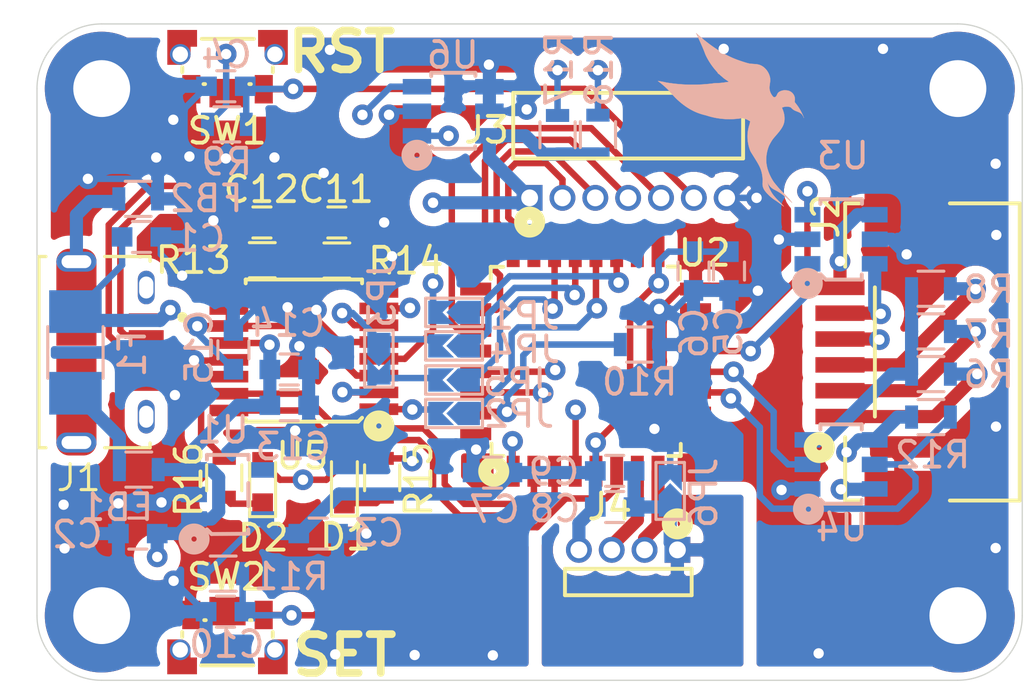
<source format=kicad_pcb>
(kicad_pcb (version 20171130) (host pcbnew "(5.1.10)-1")
  (layers (0 F.Cu signal) (1 In1.Cu signal) (2 In2.Cu signal) (31 B.Cu signal) (34 B.Paste user) (35 F.Paste user hide) (36 B.SilkS user) (37 F.SilkS user) (38 B.Mask user) (39 F.Mask user) (44 Edge.Cuts user))
  (net 0 "")
  (net 1 GND)
  (net 2 "Net-(C1-Pad1)")
  (net 3 VCC)
  (net 4 +3V3)
  (net 5 /MCU/NRST)
  (net 6 "Net-(C10-Pad1)")
  (net 7 "/USB to Serial/USBDP")
  (net 8 "/USB to Serial/USBDM")
  (net 9 +3.3VP)
  (net 10 "Net-(D1-Pad1)")
  (net 11 "Net-(D2-Pad1)")
  (net 12 "Net-(F1-Pad1)")
  (net 13 "Net-(J2-Pad2)")
  (net 14 "Net-(J2-Pad3)")
  (net 15 "/LED Driver/LED_RED")
  (net 16 "/LED Driver/LED_GREEN")
  (net 17 "/LED Driver/LED_BLUE")
  (net 18 "Net-(J2-Pad1)")
  (net 19 /MCU/VCP_TX)
  (net 20 /MCU/VCP_RX)
  (net 21 GNDA)
  (net 22 "Net-(J4-Pad3)")
  (net 23 "Net-(J4-Pad2)")
  (net 24 /MCU/USART1_TX)
  (net 25 "/USB to Serial/RXD")
  (net 26 "/USB to Serial/TXD")
  (net 27 /MCU/USART1_RX)
  (net 28 "/USB to Serial/CTS")
  (net 29 "/USB to Serial/RTS")
  (net 30 /MCU/USART1_RTS)
  (net 31 /MCU/USART1_CTS)
  (net 32 "/LED Driver/OUT_LUM")
  (net 33 "Net-(R10-Pad1)")
  (net 34 "/LED Driver/TIM_LUM")
  (net 35 "Net-(R13-Pad1)")
  (net 36 "Net-(R14-Pad1)")
  (net 37 "Net-(R15-Pad2)")
  (net 38 "Net-(R16-Pad2)")
  (net 39 /EEPROM/SDA)
  (net 40 /EEPROM/SCL)
  (net 41 "Net-(U1-Pad4)")
  (net 42 "Net-(U2-Pad25)")
  (net 43 "Net-(U2-Pad28)")
  (net 44 /MCU/SWCLK)
  (net 45 /MCU/SWDIO)
  (net 46 /MCU/CBUS0)
  (net 47 "/LED Driver/TIM_RED")
  (net 48 "/LED Driver/TIM_BLUE")
  (net 49 "/LED Driver/TIM_GREEN")
  (net 50 /MCU/CBUS3)
  (net 51 "Net-(U2-Pad9)")
  (net 52 "Net-(U2-Pad10)")
  (net 53 "Net-(FB2-Pad2)")
  (net 54 "Net-(U2-Pad18)")
  (net 55 "Net-(U2-Pad15)")
  (module TL6340AF160Q:TL6340AF160Q (layer F.Cu) (at 56.8071 42.5323)
    (fp_text reference SW1 (at 1.3843 1.6129) (layer F.SilkS))
    (fp_text value SW_Push)
    (pad ~ smd custom (at 3.48 -1.62) (size 0.5 1.35) (layers F.Cu F.Paste F.Mask) (options (clearance outline) (anchor rect)) (primitives (gr_poly (pts (xy 0 -0.675) (xy -0.9 -0.675) (xy -0.9 -0.025) (xy -0.65 -0.025) (xy -0.65 0.275) (xy -0.285 0.275) (xy -0.285 0.675) (xy 0 0.675)) (width 0)) (gr_circle (center -0.25 0.275) (end 0.15 0.275) (width 0))))
    (pad ~ smd custom (at -0.68 -1.62) (size 0.5 1.35) (layers F.Cu F.Paste F.Mask) (options (clearance outline) (anchor rect)) (primitives (gr_poly (pts (xy 0 -0.675) (xy 0.9 -0.675) (xy 0.9 -0.025) (xy 0.65 -0.025) (xy 0.65 0.275) (xy 0.285 0.275) (xy 0.285 0.675) (xy 0 0.675)) (width 0)) (gr_circle (center 0.25 0.275) (end 0.65 0.275) (width 0))))
    (pad ~ thru_hole circle (at 3.23 -1.35) (size 0.8 0.8) (drill 0.6) (layers *.Cu *.Mask))
    (pad ~ thru_hole circle (at -0.43 -1.35) (size 0.8 0.8) (drill 0.6) (layers *.Cu *.Mask))
    (pad 2 smd rect (at 2.8 0) (size 0.7 1.1) (layers F.Cu F.Paste F.Mask) (net 5 /MCU/NRST))
    (pad ~ smd rect (at 1.4 0.15) (size 1.4 1.1) (layers F.Cu F.Paste F.Mask))
    (pad 1 smd rect (at 0 0) (size 0.7 1.1) (layers F.Cu F.Paste F.Mask) (net 1 GND))
  )
  (module TL6340AF160Q:TL6340AF160Q (layer F.Cu) (at 59.6041 62.8777 180)
    (fp_text reference SW2 (at 1.4381 1.4732) (layer F.SilkS))
    (fp_text value SW_Push)
    (pad ~ smd custom (at 3.48 -1.62 180) (size 0.5 1.35) (layers F.Cu F.Paste F.Mask) (options (clearance outline) (anchor rect)) (primitives (gr_poly (pts (xy 0 -0.675) (xy -0.9 -0.675) (xy -0.9 -0.025) (xy -0.65 -0.025) (xy -0.65 0.275) (xy -0.285 0.275) (xy -0.285 0.675) (xy 0 0.675)) (width 0)) (gr_circle (center -0.25 0.275) (end 0.15 0.275) (width 0))))
    (pad ~ smd custom (at -0.68 -1.62 180) (size 0.5 1.35) (layers F.Cu F.Paste F.Mask) (options (clearance outline) (anchor rect)) (primitives (gr_poly (pts (xy 0 -0.675) (xy 0.9 -0.675) (xy 0.9 -0.025) (xy 0.65 -0.025) (xy 0.65 0.275) (xy 0.285 0.275) (xy 0.285 0.675) (xy 0 0.675)) (width 0)) (gr_circle (center 0.25 0.275) (end 0.65 0.275) (width 0))))
    (pad ~ thru_hole circle (at 3.23 -1.35 180) (size 0.8 0.8) (drill 0.6) (layers *.Cu *.Mask))
    (pad ~ thru_hole circle (at -0.43 -1.35 180) (size 0.8 0.8) (drill 0.6) (layers *.Cu *.Mask))
    (pad 2 smd rect (at 2.8 0 180) (size 0.7 1.1) (layers F.Cu F.Paste F.Mask) (net 1 GND))
    (pad ~ smd rect (at 1.4 0.15 180) (size 1.4 1.1) (layers F.Cu F.Paste F.Mask))
    (pad 1 smd rect (at 0 0 180) (size 0.7 1.1) (layers F.Cu F.Paste F.Mask) (net 6 "Net-(C10-Pad1)"))
  )
  (module Molex_FFC:molex_FFC_0522070633 (layer F.Cu) (at 82.8396 55.499 90)
    (fp_text reference J2 (at 8.05 -1.5 90) (layer F.SilkS))
    (fp_text value ~)
    (pad S smd rect (at 8.45 1.4 90) (size 2.1 2.8) (layers F.Cu F.Paste F.Mask) (net 1 GND))
    (pad S smd rect (at -2.85 1.4 90) (size 2.1 2.8) (layers F.Cu F.Paste F.Mask) (net 1 GND))
    (pad 1 smd rect (at 0.3 -0.95 90) (size 0.6 1.9) (layers F.Cu F.Paste F.Mask) (net 18 "Net-(J2-Pad1)"))
    (pad 6 smd rect (at 5.3 -0.95 90) (size 0.6 1.9) (layers F.Cu F.Paste F.Mask) (net 17 "/LED Driver/LED_BLUE"))
    (pad 5 smd rect (at 4.3 -0.95 90) (size 0.6 1.9) (layers F.Cu F.Paste F.Mask) (net 16 "/LED Driver/LED_GREEN"))
    (pad 4 smd rect (at 3.3 -0.95 90) (size 0.6 1.9) (layers F.Cu F.Paste F.Mask) (net 15 "/LED Driver/LED_RED"))
    (pad 3 smd rect (at 2.3 -0.95 90) (size 0.6 1.9) (layers F.Cu F.Paste F.Mask) (net 14 "Net-(J2-Pad3)"))
    (pad 2 smd rect (at 1.3 -0.95 90) (size 0.6 1.9) (layers F.Cu F.Paste F.Mask) (net 13 "Net-(J2-Pad2)"))
  )
  (module logo:Tern_logo (layer B.Cu) (at 77.6732 43.7134 180)
    (fp_text reference G*** hide)
    (fp_text value LOGO hide)
  )
  (module GRPB041VWCN-RC:GRPB041VWCN-RC (layer F.Cu) (at 75.6031 60.3631 180)
    (fp_text reference J4 (at 2.6162 1.6764) (layer F.SilkS))
    (fp_text value Conn_01x04)
    (pad 4 thru_hole circle (at 3.81 0.00508 180) (size 1 1) (drill 0.65) (layers *.Cu *.Mask) (net 4 +3V3))
    (pad 3 thru_hole circle (at 2.54 0.00508 180) (size 1 1) (drill 0.65) (layers *.Cu *.Mask) (net 22 "Net-(J4-Pad3)"))
    (pad 2 thru_hole circle (at 1.27 0.00508 180) (size 1 1) (drill 0.65) (layers *.Cu *.Mask) (net 23 "Net-(J4-Pad2)"))
    (pad 1 thru_hole rect (at 0 0.00508 180) (size 1 1) (drill 0.65) (layers *.Cu *.Mask) (net 21 GNDA))
  )
  (module jumpers:jump (layer B.Cu) (at 75.3237 58.8264 90)
    (fp_text reference JP6 (at 0.6731 1.2954 90) (layer B.SilkS) (effects (justify mirror)))
    (fp_text value ~)
    (pad 2 smd custom (at 1.5 0 90) (size 0.5 0.9) (layers B.Cu B.Paste B.Mask) (net 1 GND) (options (clearance outline) (anchor rect)) (primitives (gr_poly (pts (xy 0 0.45) (xy -0.75 0.45) (xy -0.3 0) (xy -0.75 -0.45) (xy 0 -0.45)) (width 0))))
    (pad 1 smd custom (at 0 0 90) (size 0.5 0.9) (layers B.Cu B.Paste B.Mask) (net 21 GNDA) (options (clearance outline) (anchor rect)) (primitives (gr_poly (pts (xy 0 0.45) (xy 0.6 0.45) (xy 1.05 0) (xy 0.6 -0.45) (xy 0 -0.45)) (width 0))))
  )
  (module jumpers:jump (layer B.Cu) (at 67.7178 51.1683 180)
    (fp_text reference JP1 (at -1.9671 -0.1397) (layer B.SilkS) (effects (justify mirror)))
    (fp_text value ~)
    (pad 2 smd custom (at 1.5 0 180) (size 0.5 0.9) (layers B.Cu B.Paste B.Mask) (net 25 "/USB to Serial/RXD") (options (clearance outline) (anchor rect)) (primitives (gr_poly (pts (xy 0 0.45) (xy -0.75 0.45) (xy -0.3 0) (xy -0.75 -0.45) (xy 0 -0.45)) (width 0))))
    (pad 1 smd custom (at 0 0 180) (size 0.5 0.9) (layers B.Cu B.Paste B.Mask) (net 24 /MCU/USART1_TX) (options (clearance outline) (anchor rect)) (primitives (gr_poly (pts (xy 0 0.45) (xy 0.6 0.45) (xy 1.05 0) (xy 0.6 -0.45) (xy 0 -0.45)) (width 0))))
  )
  (module jumpers:jump (layer B.Cu) (at 67.7164 55.0799 180)
    (fp_text reference JP2 (at -1.7526 -0.0254) (layer B.SilkS) (effects (justify mirror)))
    (fp_text value ~)
    (pad 2 smd custom (at 1.5 0 180) (size 0.5 0.9) (layers B.Cu B.Paste B.Mask) (net 26 "/USB to Serial/TXD") (options (clearance outline) (anchor rect)) (primitives (gr_poly (pts (xy 0 0.45) (xy -0.75 0.45) (xy -0.3 0) (xy -0.75 -0.45) (xy 0 -0.45)) (width 0))))
    (pad 1 smd custom (at 0 0 180) (size 0.5 0.9) (layers B.Cu B.Paste B.Mask) (net 27 /MCU/USART1_RX) (options (clearance outline) (anchor rect)) (primitives (gr_poly (pts (xy 0 0.45) (xy 0.6 0.45) (xy 1.05 0) (xy 0.6 -0.45) (xy 0 -0.45)) (width 0))))
  )
  (module jumpers:jump (layer B.Cu) (at 64.0588 52.2097 270)
    (fp_text reference JP3 (at -1.8034 -0.127 90) (layer B.SilkS) (effects (justify mirror)))
    (fp_text value ~)
    (pad 2 smd custom (at 1.5 0 270) (size 0.5 0.9) (layers B.Cu B.Paste B.Mask) (net 29 "/USB to Serial/RTS") (options (clearance outline) (anchor rect)) (primitives (gr_poly (pts (xy 0 0.45) (xy -0.75 0.45) (xy -0.3 0) (xy -0.75 -0.45) (xy 0 -0.45)) (width 0))))
    (pad 1 smd custom (at 0 0 270) (size 0.5 0.9) (layers B.Cu B.Paste B.Mask) (net 28 "/USB to Serial/CTS") (options (clearance outline) (anchor rect)) (primitives (gr_poly (pts (xy 0 0.45) (xy 0.6 0.45) (xy 1.05 0) (xy 0.6 -0.45) (xy 0 -0.45)) (width 0))))
  )
  (module jumpers:jump (layer B.Cu) (at 67.7164 52.4637 180)
    (fp_text reference JP4 (at -1.9812 -0.1397) (layer B.SilkS) (effects (justify mirror)))
    (fp_text value ~)
    (pad 2 smd custom (at 1.5 0 180) (size 0.5 0.9) (layers B.Cu B.Paste B.Mask) (net 28 "/USB to Serial/CTS") (options (clearance outline) (anchor rect)) (primitives (gr_poly (pts (xy 0 0.45) (xy -0.75 0.45) (xy -0.3 0) (xy -0.75 -0.45) (xy 0 -0.45)) (width 0))))
    (pad 1 smd custom (at 0 0 180) (size 0.5 0.9) (layers B.Cu B.Paste B.Mask) (net 30 /MCU/USART1_RTS) (options (clearance outline) (anchor rect)) (primitives (gr_poly (pts (xy 0 0.45) (xy 0.6 0.45) (xy 1.05 0) (xy 0.6 -0.45) (xy 0 -0.45)) (width 0))))
  )
  (module jumpers:jump (layer B.Cu) (at 67.7164 53.7845 180)
    (fp_text reference JP5 (at -1.7272 -0.0889) (layer B.SilkS) (effects (justify mirror)))
    (fp_text value ~)
    (pad 2 smd custom (at 1.5 0 180) (size 0.5 0.9) (layers B.Cu B.Paste B.Mask) (net 29 "/USB to Serial/RTS") (options (clearance outline) (anchor rect)) (primitives (gr_poly (pts (xy 0 0.45) (xy -0.75 0.45) (xy -0.3 0) (xy -0.75 -0.45) (xy 0 -0.45)) (width 0))))
    (pad 1 smd custom (at 0 0 180) (size 0.5 0.9) (layers B.Cu B.Paste B.Mask) (net 31 /MCU/USART1_CTS) (options (clearance outline) (anchor rect)) (primitives (gr_poly (pts (xy 0 0.45) (xy 0.6 0.45) (xy 1.05 0) (xy 0.6 -0.45) (xy 0 -0.45)) (width 0))))
  )
  (module Mounting_Holes:MountingHole_2.2mm_M2_Pad (layer F.Cu) (at 86.4489 42.5069)
    (fp_text reference REF** hide)
    (fp_text value MountingHole_2.2mm_M2_Pad)
    (pad 1 thru_hole circle (at 0 0) (size 4.4 4.4) (drill 2.2) (layers *.Cu *.Mask))
  )
  (module Mounting_Holes:MountingHole_2.2mm_M2_Pad (layer F.Cu) (at 86.4489 62.9031)
    (fp_text reference REF** hide)
    (fp_text value MountingHole_2.2mm_M2_Pad)
    (pad 1 thru_hole circle (at 0 0) (size 4.4 4.4) (drill 2.2) (layers *.Cu *.Mask))
  )
  (module Mounting_Holes:MountingHole_2.2mm_M2_Pad (layer F.Cu) (at 53.34 62.9031)
    (fp_text reference REF** hide)
    (fp_text value MountingHole_2.2mm_M2_Pad)
    (pad 1 thru_hole circle (at 0 0) (size 4.4 4.4) (drill 2.2) (layers *.Cu *.Mask))
  )
  (module Mounting_Holes:MountingHole_2.2mm_M2_Pad (layer F.Cu) (at 53.34 42.5069)
    (fp_text reference REF** hide)
    (fp_text value MountingHole_2.2mm_M2_Pad)
    (pad 1 thru_hole circle (at 0 0) (size 4.4 4.4) (drill 2.2) (layers *.Cu *.Mask))
  )
  (module Capacitors_SMD:C_0603 (layer B.Cu) (at 60.5924 53.3781)
    (fp_text reference C14 (at -0.0642 -1.7907) (layer B.SilkS) (effects (justify mirror)))
    (fp_text value 4.7u)
    (pad 2 smd rect (at 0.75 0) (size 0.8 0.75) (layers B.Cu B.Paste B.Mask) (net 1 GND))
    (pad 1 smd rect (at -0.75 0) (size 0.8 0.75) (layers B.Cu B.Paste B.Mask) (net 3 VCC))
  )
  (module Capacitors_SMD:C_0603 (layer B.Cu) (at 60.5917 54.7624)
    (fp_text reference C13 (at 0.1524 1.6002) (layer B.SilkS) (effects (justify mirror)))
    (fp_text value 0.1u)
    (pad 2 smd rect (at 0.75 0) (size 0.8 0.75) (layers B.Cu B.Paste B.Mask) (net 1 GND))
    (pad 1 smd rect (at -0.75 0) (size 0.8 0.75) (layers B.Cu B.Paste B.Mask) (net 3 VCC))
  )
  (module Capacitors_SMD:C_0603 (layer B.Cu) (at 54.8774 48.2473)
    (fp_text reference C1 (at 2.2599 0.0508) (layer B.SilkS) (effects (justify mirror)))
    (fp_text value 0.1u)
    (pad 2 smd rect (at 0.75 0) (size 0.8 0.75) (layers B.Cu B.Paste B.Mask) (net 1 GND))
    (pad 1 smd rect (at -0.75 0) (size 0.8 0.75) (layers B.Cu B.Paste B.Mask) (net 2 "Net-(C1-Pad1)"))
  )
  (module Capacitors_SMD:C_0603 (layer B.Cu) (at 61.71 59.7281)
    (fp_text reference C3 (at 2.3368 -0.0254) (layer B.SilkS) (effects (justify mirror)))
    (fp_text value 1u)
    (pad 2 smd rect (at 0.75 0) (size 0.8 0.75) (layers B.Cu B.Paste B.Mask) (net 1 GND))
    (pad 1 smd rect (at -0.75 0) (size 0.8 0.75) (layers B.Cu B.Paste B.Mask) (net 4 +3V3))
  )
  (module Capacitors_SMD:C_0603 (layer B.Cu) (at 58.1413 42.418 180)
    (fp_text reference C4 (at -0.0247 1.2192) (layer B.SilkS) (effects (justify mirror)))
    (fp_text value 0.1u)
    (pad 2 smd rect (at 0.75 0 180) (size 0.8 0.75) (layers B.Cu B.Paste B.Mask) (net 1 GND))
    (pad 1 smd rect (at -0.75 0 180) (size 0.8 0.75) (layers B.Cu B.Paste B.Mask) (net 5 /MCU/NRST))
  )
  (module Capacitors_SMD:C_0603 (layer B.Cu) (at 77.597 49.5688 270)
    (fp_text reference C5 (at 2.3368 0.0127 90) (layer B.SilkS) (effects (justify mirror)))
    (fp_text value 10u)
    (pad 2 smd rect (at 0.75 0 270) (size 0.8 0.75) (layers B.Cu B.Paste B.Mask) (net 1 GND))
    (pad 1 smd rect (at -0.75 0 270) (size 0.8 0.75) (layers B.Cu B.Paste B.Mask) (net 4 +3V3))
  )
  (module Capacitors_SMD:C_0603 (layer B.Cu) (at 76.2254 49.5681 270)
    (fp_text reference C6 (at 2.4003 -0.0254 90) (layer B.SilkS) (effects (justify mirror)))
    (fp_text value 0.1u)
    (pad 2 smd rect (at 0.75 0 270) (size 0.8 0.75) (layers B.Cu B.Paste B.Mask) (net 1 GND))
    (pad 1 smd rect (at -0.75 0 270) (size 0.8 0.75) (layers B.Cu B.Paste B.Mask) (net 4 +3V3))
  )
  (module Capacitors_SMD:C_0603 (layer B.Cu) (at 68.4523 57.3659 180)
    (fp_text reference C7 (at -0.0769 -1.4224) (layer B.SilkS) (effects (justify mirror)))
    (fp_text value 0.1u)
    (pad 2 smd rect (at 0.75 0 180) (size 0.8 0.75) (layers B.Cu B.Paste B.Mask) (net 1 GND))
    (pad 1 smd rect (at -0.75 0 180) (size 0.8 0.75) (layers B.Cu B.Paste B.Mask) (net 4 +3V3))
  )
  (module Capacitors_SMD:C_0603 (layer B.Cu) (at 73.1767 58.6994)
    (fp_text reference C8 (at -2.3107 0.0635) (layer B.SilkS) (effects (justify mirror)))
    (fp_text value 0.1u)
    (pad 2 smd rect (at 0.75 0) (size 0.8 0.75) (layers B.Cu B.Paste B.Mask) (net 21 GNDA))
    (pad 1 smd rect (at -0.75 0) (size 0.8 0.75) (layers B.Cu B.Paste B.Mask) (net 4 +3V3))
  )
  (module Capacitors_SMD:C_0603 (layer B.Cu) (at 73.1781 57.3024)
    (fp_text reference C9 (at -2.3502 0.0381) (layer B.SilkS) (effects (justify mirror)))
    (fp_text value 1u)
    (pad 2 smd rect (at 0.75 0) (size 0.8 0.75) (layers B.Cu B.Paste B.Mask) (net 21 GNDA))
    (pad 1 smd rect (at -0.75 0) (size 0.8 0.75) (layers B.Cu B.Paste B.Mask) (net 4 +3V3))
  )
  (module Capacitors_SMD:C_0603 (layer B.Cu) (at 58.1279 62.7507 180)
    (fp_text reference C10 (at -0.0508 -1.2573) (layer B.SilkS) (effects (justify mirror)))
    (fp_text value 0.1u)
    (pad 2 smd rect (at 0.75 0 180) (size 0.8 0.75) (layers B.Cu B.Paste B.Mask) (net 1 GND))
    (pad 1 smd rect (at -0.75 0 180) (size 0.8 0.75) (layers B.Cu B.Paste B.Mask) (net 6 "Net-(C10-Pad1)"))
  )
  (module Capacitors_SMD:C_0603 (layer F.Cu) (at 62.4332 47.6885)
    (fp_text reference C11 (at -0.0254 -1.2827) (layer F.SilkS))
    (fp_text value 47p)
    (pad 2 smd rect (at 0.75 0) (size 0.8 0.75) (layers F.Cu F.Paste F.Mask) (net 1 GND))
    (pad 1 smd rect (at -0.75 0) (size 0.8 0.75) (layers F.Cu F.Paste F.Mask) (net 7 "/USB to Serial/USBDP"))
  )
  (module Capacitors_SMD:C_0603 (layer F.Cu) (at 59.5369 47.6885 180)
    (fp_text reference C12 (at 0.0247 1.2827) (layer F.SilkS))
    (fp_text value 47p)
    (pad 2 smd rect (at 0.75 0 180) (size 0.8 0.75) (layers F.Cu F.Paste F.Mask) (net 1 GND))
    (pad 1 smd rect (at -0.75 0 180) (size 0.8 0.75) (layers F.Cu F.Paste F.Mask) (net 8 "/USB to Serial/USBDM"))
  )
  (module Capacitors_SMD:C_0603 (layer B.Cu) (at 58.4327 52.6168 90)
    (fp_text reference C15 (at 0.1023 -1.3208 90) (layer B.SilkS) (effects (justify mirror)))
    (fp_text value 0.1u)
    (pad 2 smd rect (at 0.75 0 90) (size 0.8 0.75) (layers B.Cu B.Paste B.Mask) (net 1 GND))
    (pad 1 smd rect (at -0.75 0 90) (size 0.8 0.75) (layers B.Cu B.Paste B.Mask) (net 9 +3.3VP))
  )
  (module LEDs:LED_0603 (layer F.Cu) (at 62.7253 57.7468 90)
    (fp_text reference D1 (at -2.1083 0.0381 180) (layer F.SilkS))
    (fp_text value LED)
    (pad 2 smd rect (at 0.8 0 270) (size 0.8 0.8) (layers F.Cu F.Paste F.Mask) (net 9 +3.3VP))
    (pad 1 smd rect (at -0.8 0 270) (size 0.8 0.8) (layers F.Cu F.Paste F.Mask) (net 10 "Net-(D1-Pad1)"))
  )
  (module LEDs:LED_0603 (layer F.Cu) (at 59.563 57.7722 90)
    (fp_text reference D2 (at -2.121 0.0254 180) (layer F.SilkS))
    (fp_text value LED)
    (pad 2 smd rect (at 0.8 0 270) (size 0.8 0.8) (layers F.Cu F.Paste F.Mask) (net 9 +3.3VP))
    (pad 1 smd rect (at -0.8 0 270) (size 0.8 0.8) (layers F.Cu F.Paste F.Mask) (net 11 "Net-(D2-Pad1)"))
  )
  (module Fuse_Holders_and_Fuses:Fuse_SMD1206_Wave (layer B.Cu) (at 52.324 52.7177 90)
    (fp_text reference F1 (at -0.05 2.2 270) (layer B.SilkS) (effects (justify mirror)))
    (fp_text value Polyfuse_Small)
    (pad 1 smd rect (at -1.58 0) (size 2.03 1.65) (layers B.Cu B.Paste B.Mask) (net 12 "Net-(F1-Pad1)"))
    (pad 2 smd rect (at 1.58 0) (size 2.03 1.65) (layers B.Cu B.Paste B.Mask) (net 2 "Net-(C1-Pad1)"))
  )
  (module Resistors_SMD:R_0603 (layer B.Cu) (at 54.7744 57.2516 180)
    (fp_text reference FB1 (at 0.8502 -1.4605) (layer B.SilkS) (effects (justify mirror)))
    (fp_text value Ferrite_Bead_Small)
    (pad 1 smd rect (at -0.75 0 180) (size 0.5 0.9) (layers B.Cu B.Paste B.Mask) (net 3 VCC))
    (pad 2 smd rect (at 0.75 0 180) (size 0.5 0.9) (layers B.Cu B.Paste B.Mask) (net 12 "Net-(F1-Pad1)"))
  )
  (module Micro_USB_10118194-0001LF:AMPHENOL_10118194-0001LF (layer F.Cu) (at 52.3621 52.705 270)
    (fp_text reference J1 (at 4.8641 -0.0889 180) (layer F.SilkS) (effects (font (size 1.000953 1.000953) (thickness 0.12192))))
    (fp_text value USB_B_Micro)
    (fp_poly (pts (xy 2.3 0.78) (xy 2.3 -0.775) (xy 3.4975 -0.775) (xy 3.4975 -0.575) (xy 3.485731 -0.574662) (xy 3.472748 -0.57364) (xy 3.459836 -0.571941) (xy 3.447031 -0.569567) (xy 3.434368 -0.566527) (xy 3.421881 -0.562828) (xy 3.409605 -0.558481) (xy 3.397573 -0.553497) (xy 3.385818 -0.547891) (xy 3.374373 -0.541677) (xy 3.363269 -0.534872) (xy 3.352537 -0.527496) (xy 3.342205 -0.519567) (xy 3.332302 -0.51111) (xy 3.322855 -0.502145) (xy 3.31389 -0.492698) (xy 3.305433 -0.482795) (xy 3.297504 -0.472463) (xy 3.290128 -0.461731) (xy 3.283323 -0.450627) (xy 3.277109 -0.439182) (xy 3.271503 -0.427427) (xy 3.266519 -0.415395) (xy 3.262172 -0.403119) (xy 3.258473 -0.390632) (xy 3.255433 -0.377969) (xy 3.253059 -0.365164) (xy 3.25136 -0.352252) (xy 3.250338 -0.339269) (xy 3.25 -0.325) (xy 3.25 -0.315) (xy 3.25 0.315) (xy 3.25 0.325) (xy 3.250343 0.338084) (xy 3.25137 0.351132) (xy 3.253078 0.364109) (xy 3.255463 0.376978) (xy 3.258519 0.389705) (xy 3.262236 0.402254) (xy 3.266605 0.414592) (xy 3.271614 0.426684) (xy 3.277248 0.438498) (xy 3.283494 0.45) (xy 3.290332 0.46116) (xy 3.297746 0.471946) (xy 3.305714 0.48233) (xy 3.314214 0.492283) (xy 3.323223 0.501777) (xy 3.332717 0.510786) (xy 3.34267 0.519286) (xy 3.353054 0.527254) (xy 3.36384 0.534668) (xy 3.375 0.541506) (xy 3.386502 0.547752) (xy 3.398316 0.553386) (xy 3.410408 0.558395) (xy 3.422746 0.562764) (xy 3.435295 0.566481) (xy 3.448022 0.569537) (xy 3.460891 0.571922) (xy 3.473868 0.57363) (xy 3.486916 0.574657) (xy 3.5 0.575) (xy 3.513084 0.574657) (xy 3.526132 0.57363) (xy 3.539109 0.571922) (xy 3.551978 0.569537) (xy 3.564705 0.566481) (xy 3.577254 0.562764) (xy 3.589592 0.558395) (xy 3.601684 0.553386) (xy 3.613498 0.547752) (xy 3.625 0.541506) (xy 3.63616 0.534668) (xy 3.646946 0.527254) (xy 3.65733 0.519286) (xy 3.667283 0.510786) (xy 3.676777 0.501777) (xy 3.685786 0.492283) (xy 3.694286 0.48233) (xy 3.702254 0.471946) (xy 3.709668 0.46116) (xy 3.716506 0.45) (xy 3.722752 0.438498) (xy 3.728386 0.426684) (xy 3.733395 0.414592) (xy 3.737764 0.402254) (xy 3.741481 0.389705) (xy 3.744537 0.376978) (xy 3.746922 0.364109) (xy 3.74863 0.351132) (xy 3.749657 0.338084) (xy 3.75 0.325) (xy 3.75 -0.325) (xy 3.749662 -0.339269) (xy 3.74864 -0.352252) (xy 3.746941 -0.365164) (xy 3.744567 -0.377969) (xy 3.741527 -0.390632) (xy 3.737828 -0.403119) (xy 3.733481 -0.415395) (xy 3.728497 -0.427427) (xy 3.722891 -0.439182) (xy 3.716677 -0.450627) (xy 3.709872 -0.461731) (xy 3.702496 -0.472463) (xy 3.694567 -0.482795) (xy 3.68611 -0.492698) (xy 3.677145 -0.502145) (xy 3.667698 -0.51111) (xy 3.657795 -0.519567) (xy 3.647463 -0.527496) (xy 3.636731 -0.534872) (xy 3.625627 -0.541677) (xy 3.614182 -0.547891) (xy 3.602427 -0.553497) (xy 3.590395 -0.558481) (xy 3.578119 -0.562828) (xy 3.565632 -0.566527) (xy 3.552969 -0.569567) (xy 3.540164 -0.571941) (xy 3.527252 -0.57364) (xy 3.514269 -0.574662) (xy 3.5025 -0.575) (xy 3.5025 -0.775) (xy 3.527353 -0.774318) (xy 3.553384 -0.772269) (xy 3.579272 -0.768861) (xy 3.604946 -0.764103) (xy 3.630336 -0.758007) (xy 3.655373 -0.750591) (xy 3.679987 -0.741875) (xy 3.704111 -0.731882) (xy 3.727678 -0.720641) (xy 3.750626 -0.708182) (xy 3.77289 -0.694538) (xy 3.794409 -0.679748) (xy 3.815125 -0.663853) (xy 3.83498 -0.646895) (xy 3.853921 -0.628921) (xy 3.871895 -0.60998) (xy 3.888853 -0.590125) (xy 3.904748 -0.569409) (xy 3.919538 -0.54789) (xy 3.933182 -0.525626) (xy 3.945641 -0.502678) (xy 3.956882 -0.479111) (xy 3.966875 -0.454987) (xy 3.975591 -0.430373) (xy 3.983007 -0.405336) (xy 3.989103 -0.379946) (xy 3.993861 -0.354272) (xy 3.997269 -0.328384) (xy 3.999318 -0.302353) (xy 4 -0.275) (xy 4 0.275) (xy 3.999315 0.301168) (xy 3.997261 0.327264) (xy 3.993844 0.353217) (xy 3.989074 0.378956) (xy 3.982963 0.40441) (xy 3.975528 0.429508) (xy 3.96679 0.454184) (xy 3.956773 0.478368) (xy 3.945503 0.501995) (xy 3.933013 0.525) (xy 3.919335 0.54732) (xy 3.904508 0.568893) (xy 3.888573 0.58966) (xy 3.871572 0.609565) (xy 3.853553 0.628553) (xy 3.834565 0.646572) (xy 3.81466 0.663573) (xy 3.793893 0.679508) (xy 3.77232 0.694335) (xy 3.75 0.708013) (xy 3.726995 0.720503) (xy 3.703368 0.731773) (xy 3.679184 0.74179) (xy 3.654508 0.750528) (xy 3.62941 0.757963) (xy 3.603956 0.764074) (xy 3.578217 0.768844) (xy 3.552264 0.772261) (xy 3.526168 0.774315) (xy 3.5 0.775) (xy 2.305 0.775) (xy 2.305 0.78) (xy 2.3 0.78)) (layer F.Cu) (width 0.001))
    (fp_poly (pts (xy -2.3 -0.78) (xy -2.3 0.775) (xy -3.4975 0.775) (xy -3.4975 0.575) (xy -3.485731 0.574662) (xy -3.472748 0.57364) (xy -3.459836 0.571941) (xy -3.447031 0.569567) (xy -3.434368 0.566527) (xy -3.421881 0.562828) (xy -3.409605 0.558481) (xy -3.397573 0.553497) (xy -3.385818 0.547891) (xy -3.374373 0.541677) (xy -3.363269 0.534872) (xy -3.352537 0.527496) (xy -3.342205 0.519567) (xy -3.332302 0.51111) (xy -3.322855 0.502145) (xy -3.31389 0.492698) (xy -3.305433 0.482795) (xy -3.297504 0.472463) (xy -3.290128 0.461731) (xy -3.283323 0.450627) (xy -3.277109 0.439182) (xy -3.271503 0.427427) (xy -3.266519 0.415395) (xy -3.262172 0.403119) (xy -3.258473 0.390632) (xy -3.255433 0.377969) (xy -3.253059 0.365164) (xy -3.25136 0.352252) (xy -3.250338 0.339269) (xy -3.25 0.325) (xy -3.25 0.315) (xy -3.25 -0.315) (xy -3.25 -0.325) (xy -3.250343 -0.338084) (xy -3.25137 -0.351132) (xy -3.253078 -0.364109) (xy -3.255463 -0.376978) (xy -3.258519 -0.389705) (xy -3.262236 -0.402254) (xy -3.266605 -0.414592) (xy -3.271614 -0.426684) (xy -3.277248 -0.438498) (xy -3.283494 -0.45) (xy -3.290332 -0.46116) (xy -3.297746 -0.471946) (xy -3.305714 -0.48233) (xy -3.314214 -0.492283) (xy -3.323223 -0.501777) (xy -3.332717 -0.510786) (xy -3.34267 -0.519286) (xy -3.353054 -0.527254) (xy -3.36384 -0.534668) (xy -3.375 -0.541506) (xy -3.386502 -0.547752) (xy -3.398316 -0.553386) (xy -3.410408 -0.558395) (xy -3.422746 -0.562764) (xy -3.435295 -0.566481) (xy -3.448022 -0.569537) (xy -3.460891 -0.571922) (xy -3.473868 -0.57363) (xy -3.486916 -0.574657) (xy -3.5 -0.575) (xy -3.513084 -0.574657) (xy -3.526132 -0.57363) (xy -3.539109 -0.571922) (xy -3.551978 -0.569537) (xy -3.564705 -0.566481) (xy -3.577254 -0.562764) (xy -3.589592 -0.558395) (xy -3.601684 -0.553386) (xy -3.613498 -0.547752) (xy -3.625 -0.541506) (xy -3.63616 -0.534668) (xy -3.646946 -0.527254) (xy -3.65733 -0.519286) (xy -3.667283 -0.510786) (xy -3.676777 -0.501777) (xy -3.685786 -0.492283) (xy -3.694286 -0.48233) (xy -3.702254 -0.471946) (xy -3.709668 -0.46116) (xy -3.716506 -0.45) (xy -3.722752 -0.438498) (xy -3.728386 -0.426684) (xy -3.733395 -0.414592) (xy -3.737764 -0.402254) (xy -3.741481 -0.389705) (xy -3.744537 -0.376978) (xy -3.746922 -0.364109) (xy -3.74863 -0.351132) (xy -3.749657 -0.338084) (xy -3.75 -0.325) (xy -3.75 0.325) (xy -3.749662 0.339269) (xy -3.74864 0.352252) (xy -3.746941 0.365164) (xy -3.744567 0.377969) (xy -3.741527 0.390632) (xy -3.737828 0.403119) (xy -3.733481 0.415395) (xy -3.728497 0.427427) (xy -3.722891 0.439182) (xy -3.716677 0.450627) (xy -3.709872 0.461731) (xy -3.702496 0.472463) (xy -3.694567 0.482795) (xy -3.68611 0.492698) (xy -3.677145 0.502145) (xy -3.667698 0.51111) (xy -3.657795 0.519567) (xy -3.647463 0.527496) (xy -3.636731 0.534872) (xy -3.625627 0.541677) (xy -3.614182 0.547891) (xy -3.602427 0.553497) (xy -3.590395 0.558481) (xy -3.578119 0.562828) (xy -3.565632 0.566527) (xy -3.552969 0.569567) (xy -3.540164 0.571941) (xy -3.527252 0.57364) (xy -3.514269 0.574662) (xy -3.5025 0.575) (xy -3.5025 0.775) (xy -3.527353 0.774318) (xy -3.553384 0.772269) (xy -3.579272 0.768861) (xy -3.604946 0.764103) (xy -3.630336 0.758007) (xy -3.655373 0.750591) (xy -3.679987 0.741875) (xy -3.704111 0.731882) (xy -3.727678 0.720641) (xy -3.750626 0.708182) (xy -3.77289 0.694538) (xy -3.794409 0.679748) (xy -3.815125 0.663853) (xy -3.83498 0.646895) (xy -3.853921 0.628921) (xy -3.871895 0.60998) (xy -3.888853 0.590125) (xy -3.904748 0.569409) (xy -3.919538 0.54789) (xy -3.933182 0.525626) (xy -3.945641 0.502678) (xy -3.956882 0.479111) (xy -3.966875 0.454987) (xy -3.975591 0.430373) (xy -3.983007 0.405336) (xy -3.989103 0.379946) (xy -3.993861 0.354272) (xy -3.997269 0.328384) (xy -3.999318 0.302353) (xy -4 0.275) (xy -4 -0.275) (xy -3.999315 -0.301168) (xy -3.997261 -0.327264) (xy -3.993844 -0.353217) (xy -3.989074 -0.378956) (xy -3.982963 -0.40441) (xy -3.975528 -0.429508) (xy -3.96679 -0.454184) (xy -3.956773 -0.478368) (xy -3.945503 -0.501995) (xy -3.933013 -0.525) (xy -3.919335 -0.54732) (xy -3.904508 -0.568893) (xy -3.888573 -0.58966) (xy -3.871572 -0.609565) (xy -3.853553 -0.628553) (xy -3.834565 -0.646572) (xy -3.81466 -0.663573) (xy -3.793893 -0.679508) (xy -3.77232 -0.694335) (xy -3.75 -0.708013) (xy -3.726995 -0.720503) (xy -3.703368 -0.731773) (xy -3.679184 -0.74179) (xy -3.654508 -0.750528) (xy -3.62941 -0.757963) (xy -3.603956 -0.764074) (xy -3.578217 -0.768844) (xy -3.552264 -0.772261) (xy -3.526168 -0.774315) (xy -3.5 -0.775) (xy -2.305 -0.775) (xy -2.305 -0.78) (xy -2.3 -0.78)) (layer F.Cu) (width 0.001))
    (pad 1 smd rect (at -1.3 -2.7 270) (size 0.4 1.35) (layers F.Cu F.Paste F.Mask) (net 2 "Net-(C1-Pad1)"))
    (pad 2 smd rect (at -0.65 -2.7 270) (size 0.4 1.35) (layers F.Cu F.Paste F.Mask) (net 8 "/USB to Serial/USBDM"))
    (pad 3 smd rect (at 0 -2.7 270) (size 0.4 1.35) (layers F.Cu F.Paste F.Mask) (net 7 "/USB to Serial/USBDP"))
    (pad 4 smd rect (at 0.65 -2.7 270) (size 0.4 1.35) (layers F.Cu F.Paste F.Mask) (net 1 GND))
    (pad 5 smd rect (at 1.3 -2.7 270) (size 0.4 1.35) (layers F.Cu F.Paste F.Mask) (net 1 GND))
    (pad S1 thru_hole oval (at -2.5 -2.7 270) (size 1.3 0.65) (drill oval 0.85 0.55) (layers *.Cu *.Mask))
    (pad S2 thru_hole oval (at 2.5 -2.7 270) (size 1.3 0.65) (drill oval 0.85 0.55) (layers *.Cu *.Mask))
    (pad S3 thru_hole oval (at -3.5 0 270) (size 0.775 1.55) (drill oval 0.5 1.15) (layers *.Cu *.Mask))
    (pad S4 smd rect (at -1 0 270) (size 1.5 1.55) (layers F.Cu F.Paste F.Mask))
    (pad S5 smd rect (at 1 0 270) (size 1.5 1.55) (layers F.Cu F.Paste F.Mask))
    (pad S6 thru_hole oval (at 3.5 0 270) (size 0.775 1.55) (drill oval 0.5 1.15) (layers *.Cu *.Mask))
  )
  (module Resistors_SMD:R_0603 (layer B.Cu) (at 85.4082 53.5559 180)
    (fp_text reference R6 (at -2.2345 -0.0127) (layer B.SilkS) (effects (justify mirror)))
    (fp_text value 200)
    (pad 1 smd rect (at -0.75 0 180) (size 0.5 0.9) (layers B.Cu B.Paste B.Mask) (net 18 "Net-(J2-Pad1)"))
    (pad 2 smd rect (at 0.75 0 180) (size 0.5 0.9) (layers B.Cu B.Paste B.Mask) (net 32 "/LED Driver/OUT_LUM"))
  )
  (module Resistors_SMD:R_0603 (layer B.Cu) (at 85.4082 51.9049 180)
    (fp_text reference R7 (at -2.2472 -0.1143) (layer B.SilkS) (effects (justify mirror)))
    (fp_text value 232)
    (pad 1 smd rect (at -0.75 0 180) (size 0.5 0.9) (layers B.Cu B.Paste B.Mask) (net 13 "Net-(J2-Pad2)"))
    (pad 2 smd rect (at 0.75 0 180) (size 0.5 0.9) (layers B.Cu B.Paste B.Mask) (net 32 "/LED Driver/OUT_LUM"))
  )
  (module Resistors_SMD:R_0603 (layer B.Cu) (at 85.4075 50.2539 180)
    (fp_text reference R8 (at -2.2352 -0.0254) (layer B.SilkS) (effects (justify mirror)))
    (fp_text value 200)
    (pad 1 smd rect (at -0.75 0 180) (size 0.5 0.9) (layers B.Cu B.Paste B.Mask) (net 14 "Net-(J2-Pad3)"))
    (pad 2 smd rect (at 0.75 0 180) (size 0.5 0.9) (layers B.Cu B.Paste B.Mask) (net 32 "/LED Driver/OUT_LUM"))
  )
  (module Resistors_SMD:R_0603 (layer B.Cu) (at 58.178 43.8912)
    (fp_text reference R9 (at 0 1.45) (layer B.SilkS) (effects (justify mirror)))
    (fp_text value 10k)
    (pad 1 smd rect (at -0.75 0) (size 0.5 0.9) (layers B.Cu B.Paste B.Mask) (net 4 +3V3))
    (pad 2 smd rect (at 0.75 0) (size 0.5 0.9) (layers B.Cu B.Paste B.Mask) (net 5 /MCU/NRST))
  )
  (module Resistors_SMD:R_0603 (layer B.Cu) (at 74.1433 52.4129)
    (fp_text reference R10 (at 0 1.45) (layer B.SilkS) (effects (justify mirror)))
    (fp_text value 10k)
    (pad 1 smd rect (at -0.75 0) (size 0.5 0.9) (layers B.Cu B.Paste B.Mask) (net 33 "Net-(R10-Pad1)"))
    (pad 2 smd rect (at 0.75 0) (size 0.5 0.9) (layers B.Cu B.Paste B.Mask) (net 1 GND))
  )
  (module Resistors_SMD:R_0603 (layer B.Cu) (at 58.039 61.2775)
    (fp_text reference R11 (at 2.6289 0.1143) (layer B.SilkS) (effects (justify mirror)))
    (fp_text value 10k)
    (pad 1 smd rect (at -0.75 0) (size 0.5 0.9) (layers B.Cu B.Paste B.Mask) (net 4 +3V3))
    (pad 2 smd rect (at 0.75 0) (size 0.5 0.9) (layers B.Cu B.Paste B.Mask) (net 6 "Net-(C10-Pad1)"))
  )
  (module Resistors_SMD:R_0603 (layer B.Cu) (at 85.4082 55.2196)
    (fp_text reference R12 (at 0.0628 1.4605) (layer B.SilkS) (effects (justify mirror)))
    (fp_text value 10k)
    (pad 1 smd rect (at -0.75 0) (size 0.5 0.9) (layers B.Cu B.Paste B.Mask) (net 3 VCC))
    (pad 2 smd rect (at 0.75 0) (size 0.5 0.9) (layers B.Cu B.Paste B.Mask) (net 34 "/LED Driver/TIM_LUM"))
  )
  (module Resistors_SMD:R_0603 (layer F.Cu) (at 59.5496 49.149)
    (fp_text reference R13 (at -2.6663 0 180) (layer F.SilkS))
    (fp_text value 27)
    (pad 1 smd rect (at -0.75 0) (size 0.5 0.9) (layers F.Cu F.Paste F.Mask) (net 35 "Net-(R13-Pad1)"))
    (pad 2 smd rect (at 0.75 0) (size 0.5 0.9) (layers F.Cu F.Paste F.Mask) (net 8 "/USB to Serial/USBDM"))
  )
  (module Resistors_SMD:R_0603 (layer F.Cu) (at 62.4339 49.1617 180)
    (fp_text reference R14 (at -2.6663 -0.0127 180) (layer F.SilkS))
    (fp_text value 27)
    (pad 1 smd rect (at -0.75 0 180) (size 0.5 0.9) (layers F.Cu F.Paste F.Mask) (net 36 "Net-(R14-Pad1)"))
    (pad 2 smd rect (at 0.75 0 180) (size 0.5 0.9) (layers F.Cu F.Paste F.Mask) (net 7 "/USB to Serial/USBDP"))
  )
  (module Resistors_SMD:R_0603 (layer F.Cu) (at 64.1858 57.5684 90)
    (fp_text reference R15 (at -0.0515 1.4097 270) (layer F.SilkS))
    (fp_text value 270)
    (pad 1 smd rect (at -0.75 0 90) (size 0.5 0.9) (layers F.Cu F.Paste F.Mask) (net 10 "Net-(D1-Pad1)"))
    (pad 2 smd rect (at 0.75 0 90) (size 0.5 0.9) (layers F.Cu F.Paste F.Mask) (net 37 "Net-(R15-Pad2)"))
  )
  (module Resistors_SMD:R_0603 (layer F.Cu) (at 58.0771 57.5691 90)
    (fp_text reference R16 (at -0.0635 -1.3716 90) (layer F.SilkS))
    (fp_text value 270)
    (pad 1 smd rect (at -0.75 0 90) (size 0.5 0.9) (layers F.Cu F.Paste F.Mask) (net 11 "Net-(D2-Pad1)"))
    (pad 2 smd rect (at 0.75 0 90) (size 0.5 0.9) (layers F.Cu F.Paste F.Mask) (net 38 "Net-(R16-Pad2)"))
  )
  (module BU33SD5WG_SSOP5:BU33SD5WG (layer B.Cu) (at 56.9087 57.2643)
    (fp_text reference U1 (at 1.1176 -1.5494) (layer B.SilkS) (effects (justify mirror)))
    (fp_text value BU33SD5WG-TR)
    (pad 4 smd rect (at 2.6 0) (size 1 0.6) (layers B.Cu B.Paste B.Mask) (net 41 "Net-(U1-Pad4)"))
    (pad 5 smd rect (at 2.6 1.9) (size 1 0.6) (layers B.Cu B.Paste B.Mask) (net 4 +3V3))
    (pad 1 smd rect (at 0 1.9) (size 1 0.6) (layers B.Cu B.Paste B.Mask) (net 3 VCC))
    (pad 3 smd rect (at 0 0) (size 1 0.6) (layers B.Cu B.Paste B.Mask) (net 3 VCC))
    (pad 2 smd rect (at 0 0.95) (size 1 0.6) (layers B.Cu B.Paste B.Mask) (net 1 GND))
  )
  (module STM32L071KZT6:STM32L071KZT6 (layer F.Cu) (at 69.2531 57.3151)
    (fp_text reference U2 (at 7.4041 -8.4455) (layer F.SilkS))
    (fp_text value STM32L071KZTx)
    (pad 11 smd rect (at 7.05 -3.05 270) (size 0.5 1.2) (layers F.Cu F.Paste F.Mask) (net 34 "/LED Driver/TIM_LUM"))
    (pad 10 smd rect (at 7.05 -2.25 270) (size 0.5 1.2) (layers F.Cu F.Paste F.Mask) (net 52 "Net-(U2-Pad10)"))
    (pad 9 smd rect (at 7.05 -1.45 270) (size 0.5 1.2) (layers F.Cu F.Paste F.Mask) (net 51 "Net-(U2-Pad9)"))
    (pad 15 smd rect (at 7.05 -6.25 270) (size 0.5 1.2) (layers F.Cu F.Paste F.Mask) (net 55 "Net-(U2-Pad15)"))
    (pad 13 smd rect (at 7.05 -4.65 270) (size 0.5 1.2) (layers F.Cu F.Paste F.Mask) (net 49 "/LED Driver/TIM_GREEN"))
    (pad 14 smd rect (at 7.05 -5.45 270) (size 0.5 1.2) (layers F.Cu F.Paste F.Mask) (net 48 "/LED Driver/TIM_BLUE"))
    (pad 16 smd rect (at 7.05 -7.05 270) (size 0.5 1.2) (layers F.Cu F.Paste F.Mask) (net 1 GND))
    (pad 12 smd rect (at 7.05 -3.85 270) (size 0.5 1.2) (layers F.Cu F.Paste F.Mask) (net 47 "/LED Driver/TIM_RED"))
    (pad 1 smd rect (at 0 0 180) (size 0.5 1.2) (layers F.Cu F.Paste F.Mask) (net 4 +3V3))
    (pad 2 smd rect (at 0.8 0 180) (size 0.5 1.2) (layers F.Cu F.Paste F.Mask) (net 46 /MCU/CBUS0))
    (pad 3 smd rect (at 1.6 0 180) (size 0.5 1.2) (layers F.Cu F.Paste F.Mask) (net 50 /MCU/CBUS3))
    (pad 4 smd rect (at 2.4 0 180) (size 0.5 1.2) (layers F.Cu F.Paste F.Mask) (net 5 /MCU/NRST))
    (pad 5 smd rect (at 3.2 0 180) (size 0.5 1.2) (layers F.Cu F.Paste F.Mask) (net 4 +3V3))
    (pad 6 smd rect (at 4 0 180) (size 0.5 1.2) (layers F.Cu F.Paste F.Mask) (net 6 "Net-(C10-Pad1)"))
    (pad 7 smd rect (at 4.8 0 180) (size 0.5 1.2) (layers F.Cu F.Paste F.Mask) (net 22 "Net-(J4-Pad3)"))
    (pad 8 smd rect (at 5.6 0 180) (size 0.5 1.2) (layers F.Cu F.Paste F.Mask) (net 23 "Net-(J4-Pad2)"))
    (pad 17 smd rect (at 5.6 -8.5 180) (size 0.5 1.2) (layers F.Cu F.Paste F.Mask) (net 4 +3V3))
    (pad 18 smd rect (at 4.8 -8.5 180) (size 0.5 1.2) (layers F.Cu F.Paste F.Mask) (net 54 "Net-(U2-Pad18)"))
    (pad 19 smd rect (at 4 -8.5 180) (size 0.5 1.2) (layers F.Cu F.Paste F.Mask) (net 24 /MCU/USART1_TX))
    (pad 20 smd rect (at 3.2 -8.5 180) (size 0.5 1.2) (layers F.Cu F.Paste F.Mask) (net 27 /MCU/USART1_RX))
    (pad 21 smd rect (at 2.4 -8.5 180) (size 0.5 1.2) (layers F.Cu F.Paste F.Mask) (net 30 /MCU/USART1_RTS))
    (pad 22 smd rect (at 1.6 -8.5 180) (size 0.5 1.2) (layers F.Cu F.Paste F.Mask) (net 31 /MCU/USART1_CTS))
    (pad 23 smd rect (at 0.8 -8.5 180) (size 0.5 1.2) (layers F.Cu F.Paste F.Mask) (net 45 /MCU/SWDIO))
    (pad 24 smd rect (at 0 -8.5 180) (size 0.5 1.2) (layers F.Cu F.Paste F.Mask) (net 44 /MCU/SWCLK))
    (pad 32 smd rect (at -1.45 -1.45 270) (size 0.5 1.2) (layers F.Cu F.Paste F.Mask) (net 1 GND))
    (pad 31 smd rect (at -1.45 -2.25 270) (size 0.5 1.2) (layers F.Cu F.Paste F.Mask) (net 33 "Net-(R10-Pad1)"))
    (pad 30 smd rect (at -1.45 -3.05 270) (size 0.5 1.2) (layers F.Cu F.Paste F.Mask) (net 39 /EEPROM/SDA))
    (pad 29 smd rect (at -1.45 -3.85 270) (size 0.5 1.2) (layers F.Cu F.Paste F.Mask) (net 40 /EEPROM/SCL))
    (pad 28 smd rect (at -1.45 -4.65 270) (size 0.5 1.2) (layers F.Cu F.Paste F.Mask) (net 43 "Net-(U2-Pad28)"))
    (pad 27 smd rect (at -1.45 -5.45 270) (size 0.5 1.2) (layers F.Cu F.Paste F.Mask) (net 20 /MCU/VCP_RX))
    (pad 26 smd rect (at -1.45 -6.25 270) (size 0.5 1.2) (layers F.Cu F.Paste F.Mask) (net 19 /MCU/VCP_TX))
    (pad 25 smd rect (at -1.45 -7.05 270) (size 0.5 1.2) (layers F.Cu F.Paste F.Mask) (net 42 "Net-(U2-Pad25)"))
  )
  (module QS6K21_2Nch:QS6K21TR (layer B.Cu) (at 80.6323 49.2887)
    (fp_text reference U3 (at 1.37 -4.18) (layer B.SilkS) (effects (justify mirror)))
    (fp_text value QS6K21)
    (pad 6 smd rect (at 2.6 0 270) (size 0.6 1) (layers B.Cu B.Paste B.Mask) (net 16 "/LED Driver/LED_GREEN"))
    (pad 5 smd rect (at 2.6 -0.95 270) (size 0.6 1) (layers B.Cu B.Paste B.Mask) (net 1 GND))
    (pad 4 smd rect (at 2.6 -1.9 270) (size 0.6 1) (layers B.Cu B.Paste B.Mask) (net 17 "/LED Driver/LED_BLUE"))
    (pad 3 smd rect (at 0 -1.9 270) (size 0.6 1) (layers B.Cu B.Paste B.Mask) (net 48 "/LED Driver/TIM_BLUE"))
    (pad 2 smd rect (at 0 -0.95 270) (size 0.6 1) (layers B.Cu B.Paste B.Mask) (net 1 GND))
    (pad 1 smd rect (at 0 0 270) (size 0.6 1) (layers B.Cu B.Paste B.Mask) (net 49 "/LED Driver/TIM_GREEN"))
  )
  (module QS6M4:QS6K21TR (layer B.Cu) (at 80.6323 58.0009)
    (fp_text reference U4 (at 1.3208 1.4986) (layer B.SilkS) (effects (justify mirror)))
    (fp_text value QS6M4)
    (pad 4 smd rect (at 2.6 -1.9 270) (size 0.6 1) (layers B.Cu B.Paste B.Mask) (net 3 VCC))
    (pad 5 smd rect (at 2.6 -0.95 270) (size 0.6 1) (layers B.Cu B.Paste B.Mask) (net 34 "/LED Driver/TIM_LUM"))
    (pad 3 smd rect (at 0 -1.9 270) (size 0.6 1) (layers B.Cu B.Paste B.Mask) (net 32 "/LED Driver/OUT_LUM"))
    (pad 2 smd rect (at 0 -0.95 270) (size 0.6 1) (layers B.Cu B.Paste B.Mask) (net 47 "/LED Driver/TIM_RED"))
    (pad 6 smd rect (at 2.6 0 270) (size 0.6 1) (layers B.Cu B.Paste B.Mask) (net 15 "/LED Driver/LED_RED"))
    (pad 1 smd rect (at 0 0 270) (size 0.6 1) (layers B.Cu B.Paste B.Mask) (net 1 GND))
  )
  (module 34AA02:34AA02 (layer B.Cu) (at 65.532 44.3357)
    (fp_text reference U6 (at 1.3843 -3.1242) (layer B.SilkS) (effects (justify mirror)))
    (fp_text value 34AA02)
    (pad 6 smd rect (at 2.8 0) (size 1.1 0.6) (layers B.Cu B.Paste B.Mask) (net 4 +3V3))
    (pad 5 smd rect (at 2.8 -0.95) (size 1.1 0.6) (layers B.Cu B.Paste B.Mask) (net 1 GND))
    (pad 3 smd rect (at 0 -1.9) (size 1.1 0.6) (layers B.Cu B.Paste B.Mask) (net 39 /EEPROM/SDA))
    (pad 4 smd rect (at 2.8 -1.9) (size 1.1 0.6) (layers B.Cu B.Paste B.Mask) (net 1 GND))
    (pad 2 smd rect (at 0 -0.95) (size 1.1 0.6) (layers B.Cu B.Paste B.Mask) (net 1 GND))
    (pad 1 smd rect (at 0 0) (size 1.1 0.6) (layers B.Cu B.Paste B.Mask) (net 40 /EEPROM/SCL))
  )
  (module FT230XS:FT230XS (layer F.Cu) (at 64.0588 54.9148 180)
    (fp_text reference U5 (at 2.9591 -1.8034) (layer F.SilkS))
    (fp_text value FT230XS-U)
    (pad 16 smd rect (at 5.8 -0.05 180) (size 1.5 0.45) (layers F.Cu F.Paste F.Mask) (net 50 /MCU/CBUS3))
    (pad 15 smd rect (at 5.8 0.6 180) (size 1.5 0.45) (layers F.Cu F.Paste F.Mask) (net 46 /MCU/CBUS0))
    (pad 14 smd rect (at 5.8 1.26 180) (size 1.5 0.45) (layers F.Cu F.Paste F.Mask) (net 38 "Net-(R16-Pad2)"))
    (pad 13 smd rect (at 5.8 1.91 180) (size 1.5 0.45) (layers F.Cu F.Paste F.Mask) (net 1 GND))
    (pad 12 smd rect (at 5.8 2.56 180) (size 1.5 0.45) (layers F.Cu F.Paste F.Mask) (net 3 VCC))
    (pad 11 smd rect (at 5.8 3.22 180) (size 1.5 0.45) (layers F.Cu F.Paste F.Mask) (net 9 +3.3VP))
    (pad 10 smd rect (at 5.8 3.88 180) (size 1.5 0.45) (layers F.Cu F.Paste F.Mask) (net 9 +3.3VP))
    (pad 9 smd rect (at 5.8 4.54 180) (size 1.5 0.45) (layers F.Cu F.Paste F.Mask) (net 35 "Net-(R13-Pad1)"))
    (pad 8 smd rect (at 0 4.54 180) (size 1.5 0.45) (layers F.Cu F.Paste F.Mask) (net 36 "Net-(R14-Pad1)"))
    (pad 7 smd rect (at 0 3.9 180) (size 1.5 0.45) (layers F.Cu F.Paste F.Mask) (net 37 "Net-(R15-Pad2)"))
    (pad 6 smd rect (at 0 3.25 180) (size 1.5 0.45) (layers F.Cu F.Paste F.Mask) (net 28 "/USB to Serial/CTS"))
    (pad 5 smd rect (at 0 2.6 180) (size 1.5 0.45) (layers F.Cu F.Paste F.Mask) (net 1 GND))
    (pad 4 smd rect (at 0 1.95 180) (size 1.5 0.45) (layers F.Cu F.Paste F.Mask) (net 25 "/USB to Serial/RXD"))
    (pad 3 smd rect (at 0 1.3 180) (size 1.5 0.45) (layers F.Cu F.Paste F.Mask) (net 9 +3.3VP))
    (pad 2 smd rect (at 0 0.65 180) (size 1.5 0.45) (layers F.Cu F.Paste F.Mask) (net 29 "/USB to Serial/RTS"))
    (pad 1 smd rect (at 0 0 180) (size 1.5 0.45) (layers F.Cu F.Paste F.Mask) (net 26 "/USB to Serial/TXD"))
  )
  (module Resistors_SMD:R_0603 (layer B.Cu) (at 54.7504 46.7741 180)
    (fp_text reference FB2 (at -2.6282 0.0127) (layer B.SilkS) (effects (justify mirror)))
    (fp_text value Ferrite_Bead_Small)
    (pad 1 smd rect (at -0.75 0 180) (size 0.5 0.9) (layers B.Cu B.Paste B.Mask) (net 1 GND))
    (pad 2 smd rect (at 0.75 0 180) (size 0.5 0.9) (layers B.Cu B.Paste B.Mask) (net 53 "Net-(FB2-Pad2)"))
  )
  (module Capacitors_SMD:C_0603 (layer B.Cu) (at 54.7363 59.7281 180)
    (fp_text reference C2 (at 2.3368 -0.0381) (layer B.SilkS) (effects (justify mirror)))
    (fp_text value 1u)
    (pad 2 smd rect (at 0.75 0 180) (size 0.8 0.75) (layers B.Cu B.Paste B.Mask) (net 1 GND))
    (pad 1 smd rect (at -0.75 0 180) (size 0.8 0.75) (layers B.Cu B.Paste B.Mask) (net 3 VCC))
  )
  (module TMS-107-02-G-S-RA:TMS-107-02-G-S-RA (layer F.Cu) (at 69.8881 46.736)
    (fp_text reference J3 (at -1.6637 -2.6289) (layer F.SilkS))
    (fp_text value Conn_01x07)
    (pad 7 thru_hole circle (at 7.62 0) (size 1 1) (drill 0.65) (layers *.Cu *.Mask) (net 1 GND))
    (pad 6 thru_hole circle (at 6.35 0) (size 1 1) (drill 0.65) (layers *.Cu *.Mask) (net 5 /MCU/NRST))
    (pad 5 thru_hole circle (at 5.08 0) (size 1 1) (drill 0.65) (layers *.Cu *.Mask) (net 20 /MCU/VCP_RX))
    (pad 4 thru_hole circle (at 3.81 0) (size 1 1) (drill 0.65) (layers *.Cu *.Mask) (net 19 /MCU/VCP_TX))
    (pad 3 thru_hole circle (at 2.54 0) (size 1 1) (drill 0.65) (layers *.Cu *.Mask) (net 44 /MCU/SWCLK))
    (pad 2 thru_hole circle (at 1.27 0) (size 1 1) (drill 0.65) (layers *.Cu *.Mask) (net 45 /MCU/SWDIO))
    (pad 1 thru_hole rect (at 0 0) (size 1 1) (drill 0.65) (layers *.Cu *.Mask) (net 4 +3V3))
  )
  (module Resistors_SMD:R_0603 (layer B.Cu) (at 70.9676 44.2969 90)
    (fp_text reference R17 (at 2.552 0.0635 90) (layer B.SilkS) (effects (justify mirror)))
    (fp_text value 2k)
    (pad 1 smd rect (at -0.75 0 90) (size 0.5 0.9) (layers B.Cu B.Paste B.Mask) (net 4 +3V3))
    (pad 2 smd rect (at 0.75 0 90) (size 0.5 0.9) (layers B.Cu B.Paste B.Mask) (net 39 /EEPROM/SDA))
  )
  (module Resistors_SMD:R_0603 (layer B.Cu) (at 72.5297 44.2856 90)
    (fp_text reference R18 (at 2.528 0.0508 90) (layer B.SilkS) (effects (justify mirror)))
    (fp_text value 2k)
    (pad 1 smd rect (at -0.75 0 90) (size 0.5 0.9) (layers B.Cu B.Paste B.Mask) (net 4 +3V3))
    (pad 2 smd rect (at 0.75 0 90) (size 0.5 0.9) (layers B.Cu B.Paste B.Mask) (net 40 /EEPROM/SCL))
  )
  (gr_text SET (at 62.738 64.4398) (layer F.SilkS) (effects (font (size 1.5 1.5) (thickness 0.3))))
  (gr_text RST (at 62.6237 41.0845) (layer F.SilkS) (effects (font (size 1.5 1.5) (thickness 0.3))))
  (gr_arc (start 53.34 62.9031) (end 50.8381 62.9031) (angle -90) (layer Edge.Cuts) (width 0.05))
  (gr_arc (start 86.4362 62.9031) (end 86.4362 65.405) (angle -90) (layer Edge.Cuts) (width 0.05))
  (gr_arc (start 86.4362 42.5069) (end 88.9381 42.5069) (angle -90) (layer Edge.Cuts) (width 0.05))
  (gr_arc (start 53.34 42.5069) (end 53.34 40.005) (angle -90) (layer Edge.Cuts) (width 0.05))
  (gr_line (start 50.8381 62.9031) (end 50.8381 42.5069) (layer Edge.Cuts) (width 0.05))
  (gr_line (start 86.4362 65.405) (end 53.34 65.405) (layer Edge.Cuts) (width 0.05))
  (gr_line (start 88.9381 42.5069) (end 88.9381 62.9031) (layer Edge.Cuts) (width 0.05))
  (gr_line (start 53.34 40.005) (end 86.4362 40.005) (layer Edge.Cuts) (width 0.05))
  (via (at 57.658 47.6123) (size 0.8) (drill 0.4) (layers F.Cu B.Cu) (net 1))
  (segment (start 57.7342 47.6885) (end 57.658 47.6123) (width 0.25) (layer F.Cu) (net 1))
  (segment (start 58.7869 47.6885) (end 57.7342 47.6885) (width 0.25) (layer F.Cu) (net 1))
  (via (at 64.262 47.6885) (size 0.8) (drill 0.4) (layers F.Cu B.Cu) (net 1))
  (segment (start 63.1832 47.6885) (end 64.262 47.6885) (width 0.25) (layer F.Cu) (net 1))
  (segment (start 55.0621 54.005) (end 55.0621 53.355) (width 0.25) (layer F.Cu) (net 1))
  (via (at 56.1721 54.3687) (size 0.8) (drill 0.4) (layers F.Cu B.Cu) (net 1))
  (segment (start 55.8084 54.005) (end 56.1721 54.3687) (width 0.25) (layer F.Cu) (net 1))
  (segment (start 55.0621 54.005) (end 55.8084 54.005) (width 0.25) (layer F.Cu) (net 1))
  (via (at 56.9087 53.0225) (size 0.8) (drill 0.4) (layers F.Cu B.Cu) (net 1))
  (segment (start 56.9214 53.0352) (end 56.9087 53.0225) (width 0.25) (layer F.Cu) (net 1))
  (segment (start 58.7502 53.0352) (end 56.9214 53.0352) (width 0.25) (layer F.Cu) (net 1))
  (via (at 60.985246 52.476554) (size 0.8) (drill 0.4) (layers F.Cu B.Cu) (net 1))
  (segment (start 61.3424 52.833708) (end 60.985246 52.476554) (width 0.25) (layer B.Cu) (net 1))
  (segment (start 61.3424 53.3781) (end 61.3424 52.833708) (width 0.25) (layer B.Cu) (net 1))
  (via (at 60.8203 55.7403) (size 0.8) (drill 0.4) (layers F.Cu B.Cu) (net 1))
  (segment (start 61.3417 55.2189) (end 60.8203 55.7403) (width 0.25) (layer B.Cu) (net 1))
  (segment (start 61.3417 54.7624) (end 61.3417 55.2189) (width 0.25) (layer B.Cu) (net 1))
  (via (at 61.644092 51.069902) (size 0.8) (drill 0.4) (layers F.Cu B.Cu) (net 1))
  (segment (start 61.644092 51.425988) (end 61.644092 51.069902) (width 0.25) (layer F.Cu) (net 1))
  (segment (start 62.532904 52.3148) (end 61.644092 51.425988) (width 0.25) (layer F.Cu) (net 1))
  (segment (start 64.0588 52.3148) (end 62.532904 52.3148) (width 0.25) (layer F.Cu) (net 1))
  (via (at 56.4515 49.7459) (size 0.8) (drill 0.4) (layers F.Cu B.Cu) (net 1))
  (segment (start 55.6274 48.9218) (end 56.4515 49.7459) (width 0.25) (layer B.Cu) (net 1))
  (segment (start 55.6274 48.2473) (end 55.6274 48.9218) (width 0.25) (layer B.Cu) (net 1))
  (via (at 60.5282 50.9698) (size 0.8) (drill 0.4) (layers F.Cu B.Cu) (net 1))
  (segment (start 59.3297 50.9698) (end 60.5282 50.9698) (width 0.25) (layer B.Cu) (net 1))
  (segment (start 58.4327 51.8668) (end 59.3297 50.9698) (width 0.25) (layer B.Cu) (net 1))
  (via (at 67.818 56.4769) (size 0.8) (drill 0.4) (layers F.Cu B.Cu) (net 1))
  (segment (start 67.8031 56.462) (end 67.818 56.4769) (width 0.25) (layer F.Cu) (net 1))
  (segment (start 67.8031 55.8651) (end 67.8031 56.462) (width 0.25) (layer F.Cu) (net 1))
  (segment (start 67.818 57.2502) (end 67.7023 57.3659) (width 0.25) (layer B.Cu) (net 1))
  (segment (start 67.818 56.4769) (end 67.818 57.2502) (width 0.25) (layer B.Cu) (net 1))
  (via (at 55.6514 58.5216) (size 0.8) (drill 0.4) (layers F.Cu B.Cu) (net 1))
  (segment (start 55.9587 58.2143) (end 55.6514 58.5216) (width 0.508) (layer B.Cu) (net 1))
  (segment (start 56.9087 58.2143) (end 55.9587 58.2143) (width 0.508) (layer B.Cu) (net 1))
  (via (at 53.9877 58.5597) (size 0.8) (drill 0.4) (layers F.Cu B.Cu) (net 1))
  (segment (start 53.9863 58.5611) (end 53.9877 58.5597) (width 0.508) (layer B.Cu) (net 1))
  (segment (start 53.9863 59.7281) (end 53.9863 58.5611) (width 0.508) (layer B.Cu) (net 1))
  (via (at 63.5762 59.7281) (size 0.8) (drill 0.4) (layers F.Cu B.Cu) (net 1))
  (segment (start 62.46 59.7281) (end 63.5762 59.7281) (width 0.508) (layer B.Cu) (net 1))
  (via (at 56.1213 61.5569) (size 0.8) (drill 0.4) (layers F.Cu B.Cu) (net 1))
  (segment (start 57.3151 62.7507) (end 56.1213 61.5569) (width 0.25) (layer B.Cu) (net 1))
  (segment (start 57.3779 62.7507) (end 57.3151 62.7507) (width 0.25) (layer B.Cu) (net 1))
  (segment (start 56.1213 61.5569) (end 56.8198 62.2554) (width 0.25) (layer F.Cu) (net 1))
  (segment (start 56.8198 62.862) (end 56.8041 62.8777) (width 0.25) (layer F.Cu) (net 1))
  (segment (start 56.8198 62.2554) (end 56.8198 62.862) (width 0.25) (layer F.Cu) (net 1))
  (via (at 56.1086 43.7134) (size 0.8) (drill 0.4) (layers F.Cu B.Cu) (net 1))
  (segment (start 57.3913 42.4307) (end 56.1086 43.7134) (width 0.25) (layer B.Cu) (net 1))
  (segment (start 57.3913 42.418) (end 57.3913 42.4307) (width 0.25) (layer B.Cu) (net 1))
  (segment (start 56.1086 43.7134) (end 56.7055 43.1165) (width 0.25) (layer F.Cu) (net 1))
  (segment (start 56.7055 42.6339) (end 56.8071 42.5323) (width 0.25) (layer F.Cu) (net 1))
  (segment (start 56.7055 43.1165) (end 56.7055 42.6339) (width 0.25) (layer F.Cu) (net 1))
  (segment (start 52.806901 45.999099) (end 52.8066 45.9994) (width 0.25) (layer B.Cu) (net 1))
  (via (at 52.8066 45.9994) (size 0.8) (drill 0.4) (layers F.Cu B.Cu) (net 1))
  (segment (start 54.725399 45.999099) (end 52.806901 45.999099) (width 0.25) (layer B.Cu) (net 1))
  (segment (start 55.5004 46.7741) (end 54.725399 45.999099) (width 0.25) (layer B.Cu) (net 1))
  (segment (start 77.5963 50.3181) (end 77.597 50.3188) (width 0.25) (layer B.Cu) (net 1))
  (segment (start 76.2254 50.3181) (end 77.5963 50.3181) (width 0.25) (layer B.Cu) (net 1))
  (via (at 84.4677 48.9204) (size 0.8) (drill 0.4) (layers F.Cu B.Cu) (net 1))
  (segment (start 83.886 48.3387) (end 84.4677 48.9204) (width 0.508) (layer B.Cu) (net 1))
  (segment (start 83.2323 48.3387) (end 83.886 48.3387) (width 0.508) (layer B.Cu) (net 1))
  (via (at 79.629 58.039) (size 0.8) (drill 0.4) (layers F.Cu B.Cu) (net 1))
  (segment (start 79.6671 58.0009) (end 79.629 58.039) (width 0.508) (layer B.Cu) (net 1))
  (segment (start 80.6323 58.0009) (end 79.6671 58.0009) (width 0.508) (layer B.Cu) (net 1))
  (via (at 79.5274 48.3489) (size 0.8) (drill 0.4) (layers F.Cu B.Cu) (net 1))
  (segment (start 79.5376 48.3387) (end 79.5274 48.3489) (width 0.508) (layer B.Cu) (net 1))
  (segment (start 80.6323 48.3387) (end 79.5376 48.3387) (width 0.508) (layer B.Cu) (net 1))
  (segment (start 78.7033 50.3188) (end 78.7146 50.3301) (width 0.25) (layer B.Cu) (net 1))
  (via (at 78.7146 50.3301) (size 0.8) (drill 0.4) (layers F.Cu B.Cu) (net 1))
  (segment (start 77.597 50.3188) (end 78.7033 50.3188) (width 0.25) (layer B.Cu) (net 1))
  (via (at 74.892356 51.037915) (size 0.8) (drill 0.4) (layers F.Cu B.Cu) (net 1))
  (segment (start 75.505585 51.037915) (end 74.892356 51.037915) (width 0.25) (layer B.Cu) (net 1))
  (segment (start 76.2254 50.3181) (end 75.505585 51.037915) (width 0.25) (layer B.Cu) (net 1))
  (via (at 78.6638 46.736) (size 0.8) (drill 0.4) (layers F.Cu B.Cu) (net 1))
  (segment (start 77.5081 46.736) (end 78.6638 46.736) (width 0.25) (layer B.Cu) (net 1))
  (via (at 64.450334 43.521671) (size 0.8) (drill 0.4) (layers F.Cu B.Cu) (net 1))
  (segment (start 64.586305 43.3857) (end 64.450334 43.521671) (width 0.25) (layer B.Cu) (net 1))
  (segment (start 65.532 43.3857) (end 64.586305 43.3857) (width 0.25) (layer B.Cu) (net 1))
  (via (at 68.3133 41.5798) (size 0.8) (drill 0.4) (layers F.Cu B.Cu) (net 1))
  (segment (start 68.332 41.5985) (end 68.3133 41.5798) (width 0.25) (layer B.Cu) (net 1))
  (segment (start 68.332 42.4357) (end 68.332 41.5985) (width 0.25) (layer B.Cu) (net 1))
  (via (at 69.7738 43.314771) (size 0.8) (drill 0.4) (layers F.Cu B.Cu) (net 1))
  (segment (start 69.702871 43.3857) (end 69.7738 43.314771) (width 0.25) (layer B.Cu) (net 1))
  (segment (start 68.332 43.3857) (end 69.702871 43.3857) (width 0.25) (layer B.Cu) (net 1))
  (via (at 74.7141 55.6768) (size 0.8) (drill 0.4) (layers F.Cu B.Cu) (net 1))
  (via (at 83.5533 40.9702) (size 0.8) (drill 0.4) (layers F.Cu B.Cu) (net 1))
  (via (at 77.3938 40.9702) (size 0.8) (drill 0.4) (layers F.Cu B.Cu) (net 1))
  (via (at 62.1665 41.0083) (size 0.8) (drill 0.4) (layers F.Cu B.Cu) (net 1))
  (via (at 55.4482 45.1739) (size 0.8) (drill 0.4) (layers F.Cu B.Cu) (net 1))
  (via (at 58.1406 45.212) (size 0.8) (drill 0.4) (layers F.Cu B.Cu) (net 1))
  (via (at 61.9252 45.7708) (size 0.8) (drill 0.4) (layers F.Cu B.Cu) (net 1))
  (via (at 60.0202 45.1739) (size 0.8) (drill 0.4) (layers F.Cu B.Cu) (net 1))
  (via (at 56.7309 45.1358) (size 0.8) (drill 0.4) (layers F.Cu B.Cu) (net 1))
  (via (at 64.5668 48.9966) (size 0.8) (drill 0.4) (layers F.Cu B.Cu) (net 1))
  (via (at 51.8668 58.6105) (size 0.8) (drill 0.4) (layers F.Cu B.Cu) (net 1))
  (via (at 51.9049 60.2996) (size 0.8) (drill 0.4) (layers F.Cu B.Cu) (net 1))
  (via (at 62.3697 64.4017) (size 0.8) (drill 0.4) (layers F.Cu B.Cu) (net 1))
  (via (at 65.4431 64.4271) (size 0.8) (drill 0.4) (layers F.Cu B.Cu) (net 1))
  (via (at 68.4657 64.4398) (size 0.8) (drill 0.4) (layers F.Cu B.Cu) (net 1))
  (via (at 81.0641 64.3636) (size 0.8) (drill 0.4) (layers F.Cu B.Cu) (net 1))
  (via (at 87.9094 60.2869) (size 0.8) (drill 0.4) (layers F.Cu B.Cu) (net 1))
  (via (at 87.9221 55.5879) (size 0.8) (drill 0.4) (layers F.Cu B.Cu) (net 1))
  (via (at 87.9348 48.1711) (size 0.8) (drill 0.4) (layers F.Cu B.Cu) (net 1))
  (via (at 87.9094 45.4152) (size 0.8) (drill 0.4) (layers F.Cu B.Cu) (net 1))
  (segment (start 75.3237 56.2864) (end 74.7141 55.6768) (width 0.25) (layer B.Cu) (net 1))
  (segment (start 75.3237 57.3264) (end 75.3237 56.2864) (width 0.25) (layer B.Cu) (net 1))
  (segment (start 74.952287 51.037915) (end 74.892356 51.037915) (width 0.25) (layer F.Cu) (net 1))
  (segment (start 75.725102 50.2651) (end 74.952287 51.037915) (width 0.25) (layer F.Cu) (net 1))
  (segment (start 76.3031 50.2651) (end 75.725102 50.2651) (width 0.25) (layer F.Cu) (net 1))
  (segment (start 52.665699 51.479399) (end 52.324 51.1377) (width 0.508) (layer B.Cu) (net 2))
  (segment (start 55.594301 51.479399) (end 52.665699 51.479399) (width 0.508) (layer B.Cu) (net 2))
  (segment (start 55.9943 51.0794) (end 55.594301 51.479399) (width 0.508) (layer B.Cu) (net 2))
  (segment (start 55.0621 51.405) (end 55.6687 51.405) (width 0.25) (layer F.Cu) (net 2))
  (segment (start 55.6687 51.405) (end 55.9943 51.0794) (width 0.25) (layer F.Cu) (net 2))
  (via (at 55.9943 51.0794) (size 0.8) (drill 0.4) (layers F.Cu B.Cu) (net 2))
  (segment (start 54.1274 49.3343) (end 52.324 51.1377) (width 0.25) (layer B.Cu) (net 2))
  (segment (start 54.1274 48.2473) (end 54.1274 49.3343) (width 0.25) (layer B.Cu) (net 2))
  (via (at 59.8297 52.4198) (size 0.8) (drill 0.4) (layers F.Cu B.Cu) (net 3))
  (segment (start 59.7647 52.3548) (end 59.8297 52.4198) (width 0.25) (layer F.Cu) (net 3))
  (segment (start 58.2588 52.3548) (end 59.7647 52.3548) (width 0.25) (layer F.Cu) (net 3))
  (segment (start 56.896 57.2516) (end 56.9087 57.2643) (width 0.508) (layer B.Cu) (net 3))
  (segment (start 55.5244 57.2516) (end 56.896 57.2516) (width 0.508) (layer B.Cu) (net 3))
  (segment (start 56.9087 57.2643) (end 56.9087 56.4515) (width 0.508) (layer B.Cu) (net 3))
  (segment (start 58.5978 54.7624) (end 59.8417 54.7624) (width 0.508) (layer B.Cu) (net 3))
  (segment (start 56.9087 56.4515) (end 58.5978 54.7624) (width 0.508) (layer B.Cu) (net 3))
  (segment (start 59.8417 53.3788) (end 59.8424 53.3781) (width 0.508) (layer B.Cu) (net 3))
  (segment (start 59.8417 54.7624) (end 59.8417 53.3788) (width 0.508) (layer B.Cu) (net 3))
  (segment (start 59.8424 52.4325) (end 59.8297 52.4198) (width 0.508) (layer B.Cu) (net 3))
  (segment (start 59.8424 53.3781) (end 59.8424 52.4325) (width 0.508) (layer B.Cu) (net 3))
  (segment (start 57.862701 57.551099) (end 57.575902 57.2643) (width 0.508) (layer B.Cu) (net 3))
  (segment (start 57.862701 58.877501) (end 57.862701 57.551099) (width 0.508) (layer B.Cu) (net 3))
  (segment (start 57.575902 59.1643) (end 57.862701 58.877501) (width 0.508) (layer B.Cu) (net 3))
  (segment (start 57.575902 57.2643) (end 56.9087 57.2643) (width 0.508) (layer B.Cu) (net 3))
  (segment (start 56.9087 59.1643) (end 57.575902 59.1643) (width 0.508) (layer B.Cu) (net 3))
  (segment (start 56.3449 59.7281) (end 56.9087 59.1643) (width 0.508) (layer B.Cu) (net 3))
  (segment (start 55.4863 59.7281) (end 56.3449 59.7281) (width 0.508) (layer B.Cu) (net 3))
  (segment (start 84.1136 55.2196) (end 83.2323 56.1009) (width 0.508) (layer B.Cu) (net 3))
  (segment (start 84.6582 55.2196) (end 84.1136 55.2196) (width 0.508) (layer B.Cu) (net 3))
  (via (at 55.4863 60.6298) (size 0.8) (drill 0.4) (layers F.Cu B.Cu) (net 3))
  (segment (start 55.4863 59.7281) (end 55.4863 60.6298) (width 0.508) (layer B.Cu) (net 3))
  (via (at 82.1436 56.5785) (size 0.8) (drill 0.4) (layers F.Cu B.Cu) (net 3))
  (segment (start 82.6212 56.1009) (end 83.2323 56.1009) (width 0.508) (layer B.Cu) (net 3))
  (segment (start 82.1436 56.5785) (end 82.6212 56.1009) (width 0.508) (layer B.Cu) (net 3))
  (via (at 69.2277 56.1594) (size 0.8) (drill 0.4) (layers F.Cu B.Cu) (net 4))
  (segment (start 69.2023 56.1848) (end 69.2277 56.1594) (width 0.25) (layer B.Cu) (net 4))
  (segment (start 69.2023 57.3659) (end 69.2023 56.1848) (width 0.25) (layer B.Cu) (net 4))
  (segment (start 69.2277 57.2897) (end 69.2531 57.3151) (width 0.25) (layer F.Cu) (net 4))
  (segment (start 69.2277 56.1594) (end 69.2277 57.2897) (width 0.25) (layer F.Cu) (net 4))
  (segment (start 60.0725 59.7281) (end 59.5087 59.1643) (width 0.508) (layer B.Cu) (net 4))
  (segment (start 60.96 59.7281) (end 60.0725 59.7281) (width 0.508) (layer B.Cu) (net 4))
  (segment (start 62.518199 58.194901) (end 68.373299 58.194901) (width 0.508) (layer B.Cu) (net 4))
  (segment (start 68.373299 58.194901) (end 69.2023 57.3659) (width 0.508) (layer B.Cu) (net 4))
  (segment (start 60.985 59.7281) (end 62.518199 58.194901) (width 0.508) (layer B.Cu) (net 4))
  (segment (start 60.96 59.7281) (end 60.985 59.7281) (width 0.508) (layer B.Cu) (net 4))
  (segment (start 72.3646 57.3659) (end 72.4281 57.3024) (width 0.508) (layer B.Cu) (net 4))
  (segment (start 69.2023 57.3659) (end 72.3646 57.3659) (width 0.508) (layer B.Cu) (net 4))
  (segment (start 57.3955 61.2775) (end 59.5087 59.1643) (width 0.25) (layer B.Cu) (net 4))
  (segment (start 57.289 61.2775) (end 57.3955 61.2775) (width 0.25) (layer B.Cu) (net 4))
  (via (at 72.4408 56.2102) (size 0.8) (drill 0.4) (layers F.Cu B.Cu) (net 4))
  (segment (start 72.4531 56.2225) (end 72.4408 56.2102) (width 0.25) (layer F.Cu) (net 4))
  (segment (start 72.4531 57.3151) (end 72.4531 56.2225) (width 0.25) (layer F.Cu) (net 4))
  (segment (start 72.4408 57.2897) (end 72.4281 57.3024) (width 0.25) (layer B.Cu) (net 4))
  (segment (start 72.4408 56.2102) (end 72.4408 57.2897) (width 0.25) (layer B.Cu) (net 4))
  (segment (start 77.5963 48.8181) (end 77.597 48.8188) (width 0.25) (layer B.Cu) (net 4))
  (segment (start 76.2254 48.8181) (end 77.5963 48.8181) (width 0.25) (layer B.Cu) (net 4))
  (via (at 74.8792 50.038) (size 0.8) (drill 0.4) (layers F.Cu B.Cu) (net 4))
  (segment (start 74.8531 50.0119) (end 74.8792 50.038) (width 0.25) (layer F.Cu) (net 4))
  (segment (start 74.8531 48.8151) (end 74.8531 50.0119) (width 0.25) (layer F.Cu) (net 4))
  (segment (start 74.8792 50.038) (end 74.8792 49.1998) (width 0.25) (layer B.Cu) (net 4))
  (segment (start 75.2609 48.8181) (end 76.2254 48.8181) (width 0.25) (layer B.Cu) (net 4))
  (segment (start 74.8792 49.1998) (end 75.2609 48.8181) (width 0.25) (layer B.Cu) (net 4))
  (segment (start 74.819269 50.038) (end 73.7743 51.082969) (width 0.25) (layer F.Cu) (net 4))
  (segment (start 74.8792 50.038) (end 74.819269 50.038) (width 0.25) (layer F.Cu) (net 4))
  (segment (start 73.7743 54.8767) (end 72.4408 56.2102) (width 0.25) (layer F.Cu) (net 4))
  (segment (start 73.7743 51.082969) (end 73.7743 54.8767) (width 0.25) (layer F.Cu) (net 4))
  (segment (start 72.4267 57.3038) (end 72.4281 57.3024) (width 0.508) (layer B.Cu) (net 4))
  (segment (start 72.4267 58.6994) (end 72.4267 57.3038) (width 0.508) (layer B.Cu) (net 4))
  (segment (start 71.7931 59.333) (end 71.7931 60.35802) (width 0.508) (layer B.Cu) (net 4))
  (segment (start 72.4267 58.6994) (end 71.7931 59.333) (width 0.508) (layer B.Cu) (net 4))
  (via (at 58.1533 41.1734) (size 0.8) (drill 0.4) (layers F.Cu B.Cu) (net 4))
  (segment (start 58.1533 43.1659) (end 58.1533 41.1734) (width 0.25) (layer B.Cu) (net 4))
  (segment (start 57.428 43.8912) (end 58.1533 43.1659) (width 0.25) (layer B.Cu) (net 4))
  (via (at 66.153099 46.9265) (size 0.8) (drill 0.4) (layers F.Cu B.Cu) (net 4))
  (segment (start 69.6976 46.9265) (end 69.8881 46.736) (width 0.508) (layer B.Cu) (net 4))
  (segment (start 66.153099 46.9265) (end 69.6976 46.9265) (width 0.508) (layer B.Cu) (net 4))
  (segment (start 68.332 45.1799) (end 69.8881 46.736) (width 0.508) (layer B.Cu) (net 4))
  (segment (start 68.332 44.3357) (end 68.332 45.1799) (width 0.508) (layer B.Cu) (net 4))
  (segment (start 70.9789 45.0356) (end 70.9676 45.0469) (width 0.508) (layer B.Cu) (net 4))
  (segment (start 72.5297 45.0356) (end 70.9789 45.0356) (width 0.508) (layer B.Cu) (net 4))
  (segment (start 70.9676 45.0469) (end 70.4342 45.0469) (width 0.508) (layer B.Cu) (net 4))
  (segment (start 69.723 44.3357) (end 68.332 44.3357) (width 0.508) (layer B.Cu) (net 4))
  (segment (start 70.4342 45.0469) (end 69.723 44.3357) (width 0.508) (layer B.Cu) (net 4))
  (segment (start 58.928 42.4547) (end 58.8913 42.418) (width 0.25) (layer B.Cu) (net 5))
  (segment (start 58.928 43.8912) (end 58.928 42.4547) (width 0.25) (layer B.Cu) (net 5))
  (via (at 60.7441 42.5196) (size 0.8) (drill 0.4) (layers F.Cu B.Cu) (net 5))
  (segment (start 60.7314 42.5323) (end 60.7441 42.5196) (width 0.25) (layer F.Cu) (net 5))
  (segment (start 59.6071 42.5323) (end 60.7314 42.5323) (width 0.25) (layer F.Cu) (net 5))
  (segment (start 58.9929 42.5196) (end 58.8913 42.418) (width 0.25) (layer B.Cu) (net 5))
  (segment (start 60.7441 42.5196) (end 58.9929 42.5196) (width 0.25) (layer B.Cu) (net 5))
  (via (at 71.6661 54.9402) (size 0.8) (drill 0.4) (layers F.Cu B.Cu) (net 5))
  (segment (start 71.6661 57.3021) (end 71.6531 57.3151) (width 0.25) (layer F.Cu) (net 5))
  (segment (start 71.6661 54.9402) (end 71.6661 57.3021) (width 0.25) (layer F.Cu) (net 5))
  (segment (start 72.0217 42.5196) (end 76.2381 46.736) (width 0.25) (layer F.Cu) (net 5))
  (segment (start 60.7441 42.5196) (end 72.0217 42.5196) (width 0.25) (layer F.Cu) (net 5))
  (segment (start 58.789 62.6618) (end 58.8779 62.7507) (width 0.25) (layer B.Cu) (net 6))
  (segment (start 58.789 61.2775) (end 58.789 62.6618) (width 0.25) (layer B.Cu) (net 6))
  (via (at 60.6806 62.8904) (size 0.8) (drill 0.4) (layers F.Cu B.Cu) (net 6))
  (segment (start 60.6679 62.8777) (end 60.6806 62.8904) (width 0.25) (layer F.Cu) (net 6))
  (segment (start 59.6041 62.8777) (end 60.6679 62.8777) (width 0.25) (layer F.Cu) (net 6))
  (segment (start 59.0176 62.8904) (end 58.8779 62.7507) (width 0.25) (layer B.Cu) (net 6))
  (segment (start 60.6806 62.8904) (end 59.0176 62.8904) (width 0.25) (layer B.Cu) (net 6))
  (segment (start 73.2531 57.950102) (end 72.834002 58.3692) (width 0.25) (layer F.Cu) (net 6))
  (segment (start 73.2531 57.3151) (end 73.2531 57.950102) (width 0.25) (layer F.Cu) (net 6))
  (segment (start 71.28541 58.3692) (end 70.175 59.47961) (width 0.25) (layer F.Cu) (net 6))
  (segment (start 72.834002 58.3692) (end 71.28541 58.3692) (width 0.25) (layer F.Cu) (net 6))
  (segment (start 70.175 59.47961) (end 64.98039 59.47961) (width 0.25) (layer F.Cu) (net 6))
  (segment (start 61.5696 62.8904) (end 60.6806 62.8904) (width 0.25) (layer F.Cu) (net 6))
  (segment (start 64.98039 59.47961) (end 61.5696 62.8904) (width 0.25) (layer F.Cu) (net 6))
  (segment (start 61.6832 49.161) (end 61.6839 49.1617) (width 0.25) (layer F.Cu) (net 7))
  (segment (start 61.6832 47.6885) (end 61.6832 49.161) (width 0.25) (layer F.Cu) (net 7))
  (segment (start 53.612089 47.784711) (end 55.12351 46.27329) (width 0.25) (layer F.Cu) (net 7))
  (segment (start 53.612089 52.051401) (end 53.612089 47.784711) (width 0.25) (layer F.Cu) (net 7))
  (segment (start 54.265688 52.705) (end 53.612089 52.051401) (width 0.25) (layer F.Cu) (net 7))
  (segment (start 55.0621 52.705) (end 54.265688 52.705) (width 0.25) (layer F.Cu) (net 7))
  (segment (start 61.6832 47.12759) (end 61.6832 47.6885) (width 0.25) (layer F.Cu) (net 7))
  (segment (start 60.828901 46.273291) (end 61.6832 47.12759) (width 0.25) (layer F.Cu) (net 7))
  (segment (start 55.12351 46.27329) (end 60.828901 46.273291) (width 0.25) (layer F.Cu) (net 7))
  (segment (start 60.2869 49.1363) (end 60.2996 49.149) (width 0.25) (layer F.Cu) (net 8))
  (segment (start 60.2869 47.6885) (end 60.2869 49.1363) (width 0.25) (layer F.Cu) (net 8))
  (segment (start 60.958199 47.487101) (end 60.7568 47.6885) (width 0.25) (layer F.Cu) (net 8))
  (segment (start 60.958199 47.064399) (end 60.958199 47.487101) (width 0.25) (layer F.Cu) (net 8))
  (segment (start 60.6425 46.7487) (end 60.958199 47.064399) (width 0.25) (layer F.Cu) (net 8))
  (segment (start 55.30991 46.7233) (end 60.6425 46.7233) (width 0.25) (layer F.Cu) (net 8))
  (segment (start 54.062099 47.971111) (end 55.30991 46.7233) (width 0.25) (layer F.Cu) (net 8))
  (segment (start 60.7568 47.6885) (end 60.2869 47.6885) (width 0.25) (layer F.Cu) (net 8))
  (segment (start 60.6425 46.7233) (end 60.6425 46.7487) (width 0.25) (layer F.Cu) (net 8))
  (segment (start 54.062099 51.865001) (end 54.062099 47.971111) (width 0.25) (layer F.Cu) (net 8))
  (segment (start 54.252098 52.055) (end 54.062099 51.865001) (width 0.25) (layer F.Cu) (net 8))
  (segment (start 55.0621 52.055) (end 54.252098 52.055) (width 0.25) (layer F.Cu) (net 8))
  (segment (start 58.2588 51.6948) (end 58.2588 51.0348) (width 0.25) (layer F.Cu) (net 9))
  (segment (start 61.276494 51.6948) (end 58.2588 51.6948) (width 0.25) (layer F.Cu) (net 9))
  (segment (start 63.196494 53.6148) (end 61.276494 51.6948) (width 0.25) (layer F.Cu) (net 9))
  (segment (start 64.0588 53.6148) (end 63.196494 53.6148) (width 0.25) (layer F.Cu) (net 9))
  (via (at 57.0357 51.7017) (size 0.8) (drill 0.4) (layers F.Cu B.Cu) (net 9))
  (segment (start 57.0426 51.6948) (end 57.0357 51.7017) (width 0.25) (layer F.Cu) (net 9))
  (segment (start 58.2588 51.6948) (end 57.0426 51.6948) (width 0.25) (layer F.Cu) (net 9))
  (via (at 61.1251 57.6453) (size 0.8) (drill 0.4) (layers F.Cu B.Cu) (net 9))
  (segment (start 60.2361 57.6453) (end 59.563 56.9722) (width 0.25) (layer F.Cu) (net 9))
  (segment (start 61.1251 57.6453) (end 60.2361 57.6453) (width 0.25) (layer F.Cu) (net 9))
  (segment (start 62.0268 57.6453) (end 62.7253 56.9468) (width 0.25) (layer F.Cu) (net 9))
  (segment (start 61.1251 57.6453) (end 62.0268 57.6453) (width 0.25) (layer F.Cu) (net 9))
  (segment (start 57.0357 51.9698) (end 58.4327 53.3668) (width 0.25) (layer B.Cu) (net 9))
  (segment (start 57.0357 51.7017) (end 57.0357 51.9698) (width 0.25) (layer B.Cu) (net 9))
  (segment (start 63.9574 58.5468) (end 64.1858 58.3184) (width 0.25) (layer F.Cu) (net 10))
  (segment (start 62.7253 58.5468) (end 63.9574 58.5468) (width 0.25) (layer F.Cu) (net 10))
  (segment (start 58.3302 58.5722) (end 58.0771 58.3191) (width 0.25) (layer F.Cu) (net 11))
  (segment (start 59.563 58.5722) (end 58.3302 58.5722) (width 0.25) (layer F.Cu) (net 11))
  (segment (start 54.0244 55.9981) (end 54.0244 57.2516) (width 0.508) (layer B.Cu) (net 12))
  (segment (start 52.324 54.2977) (end 54.0244 55.9981) (width 0.508) (layer B.Cu) (net 12))
  (via (at 87.1347 51.9049) (size 0.8) (drill 0.4) (layers F.Cu B.Cu) (net 13))
  (segment (start 86.1582 51.9049) (end 87.1347 51.9049) (width 0.508) (layer B.Cu) (net 13))
  (segment (start 84.8406 54.199) (end 81.8896 54.199) (width 0.508) (layer F.Cu) (net 13))
  (segment (start 87.1347 51.9049) (end 84.8406 54.199) (width 0.508) (layer F.Cu) (net 13))
  (segment (start 87.122 50.2539) (end 87.1347 50.2666) (width 0.508) (layer B.Cu) (net 14))
  (via (at 87.1347 50.2666) (size 0.8) (drill 0.4) (layers F.Cu B.Cu) (net 14))
  (segment (start 86.1575 50.2539) (end 87.122 50.2539) (width 0.508) (layer B.Cu) (net 14))
  (segment (start 84.2023 53.199) (end 81.8896 53.199) (width 0.508) (layer F.Cu) (net 14))
  (segment (start 87.1347 50.2666) (end 84.2023 53.199) (width 0.508) (layer F.Cu) (net 14))
  (via (at 83.4136 52.2224) (size 0.8) (drill 0.4) (layers F.Cu B.Cu) (net 15))
  (segment (start 83.3902 52.199) (end 83.4136 52.2224) (width 0.508) (layer F.Cu) (net 15))
  (segment (start 81.8896 52.199) (end 83.3902 52.199) (width 0.508) (layer F.Cu) (net 15))
  (via (at 81.9277 58.0136) (size 0.8) (drill 0.4) (layers F.Cu B.Cu) (net 15))
  (segment (start 83.2196 58.0136) (end 83.2323 58.0009) (width 0.508) (layer B.Cu) (net 15))
  (segment (start 81.9277 58.0136) (end 83.2196 58.0136) (width 0.508) (layer B.Cu) (net 15))
  (via (at 83.464814 51.22371) (size 0.8) (drill 0.4) (layers F.Cu B.Cu) (net 16))
  (segment (start 83.440104 51.199) (end 83.464814 51.22371) (width 0.508) (layer F.Cu) (net 16))
  (segment (start 81.8896 51.199) (end 83.440104 51.199) (width 0.508) (layer F.Cu) (net 16))
  (segment (start 83.2323 50.991196) (end 83.464814 51.22371) (width 0.508) (layer B.Cu) (net 16))
  (segment (start 83.2323 49.2887) (end 83.2323 50.991196) (width 0.508) (layer B.Cu) (net 16))
  (via (at 81.8896 49.1871) (size 0.8) (drill 0.4) (layers F.Cu B.Cu) (net 17))
  (segment (start 81.8896 50.199) (end 81.8896 49.1871) (width 0.508) (layer F.Cu) (net 17))
  (segment (start 82.565098 47.3887) (end 83.2323 47.3887) (width 0.508) (layer B.Cu) (net 17))
  (segment (start 81.8896 48.064198) (end 82.565098 47.3887) (width 0.508) (layer B.Cu) (net 17))
  (segment (start 81.8896 49.1871) (end 81.8896 48.064198) (width 0.508) (layer B.Cu) (net 17))
  (via (at 87.1982 53.5559) (size 0.8) (drill 0.4) (layers F.Cu B.Cu) (net 18))
  (segment (start 86.1582 53.5559) (end 87.1982 53.5559) (width 0.508) (layer B.Cu) (net 18))
  (segment (start 85.5551 55.199) (end 81.8896 55.199) (width 0.508) (layer F.Cu) (net 18))
  (segment (start 87.1982 53.5559) (end 85.5551 55.199) (width 0.508) (layer F.Cu) (net 18))
  (segment (start 67.8031 51.0651) (end 68.607 51.0651) (width 0.25) (layer F.Cu) (net 19))
  (segment (start 68.981901 44.489781) (end 71.451881 44.489781) (width 0.25) (layer F.Cu) (net 19))
  (segment (start 71.451881 44.489781) (end 73.6981 46.736) (width 0.25) (layer F.Cu) (net 19))
  (segment (start 68.163081 45.308599) (end 68.981901 44.489781) (width 0.25) (layer F.Cu) (net 19))
  (segment (start 68.163081 49.160083) (end 68.163081 45.308599) (width 0.25) (layer F.Cu) (net 19))
  (segment (start 68.743099 49.740101) (end 68.163081 49.160083) (width 0.25) (layer F.Cu) (net 19))
  (segment (start 68.743099 50.929001) (end 68.743099 49.740101) (width 0.25) (layer F.Cu) (net 19))
  (segment (start 68.607 51.0651) (end 68.743099 50.929001) (width 0.25) (layer F.Cu) (net 19))
  (segment (start 68.795501 44.039771) (end 72.271871 44.039771) (width 0.25) (layer F.Cu) (net 20))
  (segment (start 66.878099 45.957173) (end 68.795501 44.039771) (width 0.25) (layer F.Cu) (net 20))
  (segment (start 66.878099 51.575101) (end 66.878099 45.957173) (width 0.25) (layer F.Cu) (net 20))
  (segment (start 67.168098 51.8651) (end 66.878099 51.575101) (width 0.25) (layer F.Cu) (net 20))
  (segment (start 72.271871 44.039771) (end 74.9681 46.736) (width 0.25) (layer F.Cu) (net 20))
  (segment (start 67.8031 51.8651) (end 67.168098 51.8651) (width 0.25) (layer F.Cu) (net 20))
  (segment (start 73.9267 58.6994) (end 75.1967 58.6994) (width 0.508) (layer B.Cu) (net 21))
  (segment (start 75.3237 60.07862) (end 75.6031 60.35802) (width 0.508) (layer B.Cu) (net 21))
  (segment (start 75.3237 58.8264) (end 75.3237 60.07862) (width 0.508) (layer B.Cu) (net 21))
  (segment (start 73.9267 57.3038) (end 73.9281 57.3024) (width 0.508) (layer B.Cu) (net 21))
  (segment (start 73.9267 58.6994) (end 73.9267 57.3038) (width 0.508) (layer B.Cu) (net 21))
  (segment (start 73.0631 60.192743) (end 73.0631 60.35802) (width 0.508) (layer F.Cu) (net 22))
  (segment (start 74.0531 59.202743) (end 73.0631 60.192743) (width 0.508) (layer F.Cu) (net 22))
  (segment (start 74.0531 57.3151) (end 74.0531 59.202743) (width 0.508) (layer F.Cu) (net 22))
  (segment (start 74.3331 59.924019) (end 74.3331 60.35802) (width 0.508) (layer F.Cu) (net 23))
  (segment (start 74.8531 59.404019) (end 74.3331 59.924019) (width 0.508) (layer F.Cu) (net 23))
  (segment (start 74.8531 57.3151) (end 74.8531 59.404019) (width 0.508) (layer F.Cu) (net 23))
  (via (at 73.3281 50.015092) (size 0.8) (drill 0.4) (layers F.Cu B.Cu) (net 24))
  (segment (start 73.2531 49.940092) (end 73.3281 50.015092) (width 0.25) (layer F.Cu) (net 24))
  (segment (start 73.2531 48.8151) (end 73.2531 49.940092) (width 0.25) (layer F.Cu) (net 24))
  (segment (start 69.115901 49.770199) (end 67.7178 51.1683) (width 0.25) (layer B.Cu) (net 24))
  (segment (start 73.083207 49.770199) (end 69.115901 49.770199) (width 0.25) (layer B.Cu) (net 24))
  (segment (start 73.3281 50.015092) (end 73.083207 49.770199) (width 0.25) (layer B.Cu) (net 24))
  (via (at 66.153099 50.0507) (size 0.8) (drill 0.4) (layers F.Cu B.Cu) (net 25))
  (segment (start 66.153099 51.870501) (end 66.153099 50.0507) (width 0.25) (layer F.Cu) (net 25))
  (segment (start 65.0588 52.9648) (end 66.153099 51.870501) (width 0.25) (layer F.Cu) (net 25))
  (segment (start 64.0588 52.9648) (end 65.0588 52.9648) (width 0.25) (layer F.Cu) (net 25))
  (segment (start 66.153099 51.103599) (end 66.2178 51.1683) (width 0.25) (layer B.Cu) (net 25))
  (segment (start 66.153099 50.0507) (end 66.153099 51.103599) (width 0.25) (layer B.Cu) (net 25))
  (via (at 65.3542 54.9275) (size 0.8) (drill 0.4) (layers F.Cu B.Cu) (net 26))
  (segment (start 65.3415 54.9148) (end 65.3542 54.9275) (width 0.25) (layer F.Cu) (net 26))
  (segment (start 64.0588 54.9148) (end 65.3415 54.9148) (width 0.25) (layer F.Cu) (net 26))
  (segment (start 66.064 54.9275) (end 66.2164 55.0799) (width 0.25) (layer B.Cu) (net 26))
  (segment (start 65.3542 54.9275) (end 66.064 54.9275) (width 0.25) (layer B.Cu) (net 26))
  (via (at 72.487103 51.007006) (size 0.8) (drill 0.4) (layers F.Cu B.Cu) (net 27))
  (segment (start 72.4531 50.973003) (end 72.487103 51.007006) (width 0.25) (layer F.Cu) (net 27))
  (segment (start 72.4531 48.8151) (end 72.4531 50.973003) (width 0.25) (layer F.Cu) (net 27))
  (segment (start 67.7164 55.0799) (end 69.19283 53.60347) (width 0.25) (layer B.Cu) (net 27))
  (segment (start 69.19283 53.60347) (end 69.19283 52.00327) (width 0.25) (layer B.Cu) (net 27))
  (segment (start 69.19283 52.00327) (end 69.448959 51.747141) (width 0.25) (layer B.Cu) (net 27))
  (segment (start 71.746968 51.747141) (end 72.487103 51.007006) (width 0.25) (layer B.Cu) (net 27))
  (segment (start 69.448959 51.747141) (end 71.746968 51.747141) (width 0.25) (layer B.Cu) (net 27))
  (via (at 62.6364 51.1937) (size 0.8) (drill 0.4) (layers F.Cu B.Cu) (net 28))
  (segment (start 63.1075 51.6648) (end 62.6364 51.1937) (width 0.25) (layer F.Cu) (net 28))
  (segment (start 64.0588 51.6648) (end 63.1075 51.6648) (width 0.25) (layer F.Cu) (net 28))
  (segment (start 63.0428 51.1937) (end 64.0588 52.2097) (width 0.25) (layer B.Cu) (net 28))
  (segment (start 62.6364 51.1937) (end 63.0428 51.1937) (width 0.25) (layer B.Cu) (net 28))
  (segment (start 65.9638 52.2097) (end 66.2178 52.4637) (width 0.25) (layer B.Cu) (net 28))
  (segment (start 64.0588 52.2097) (end 65.9638 52.2097) (width 0.25) (layer B.Cu) (net 28))
  (segment (start 66.1289 53.697) (end 66.2164 53.7845) (width 0.25) (layer B.Cu) (net 29))
  (via (at 62.6491 54.2544) (size 0.8) (drill 0.4) (layers F.Cu B.Cu) (net 29))
  (segment (start 62.6595 54.2648) (end 62.6491 54.2544) (width 0.25) (layer F.Cu) (net 29))
  (segment (start 64.0588 54.2648) (end 62.6595 54.2648) (width 0.25) (layer F.Cu) (net 29))
  (segment (start 63.5141 54.2544) (end 64.0588 53.7097) (width 0.25) (layer B.Cu) (net 29))
  (segment (start 62.6491 54.2544) (end 63.5141 54.2544) (width 0.25) (layer B.Cu) (net 29))
  (segment (start 66.1416 53.7097) (end 66.2164 53.7845) (width 0.25) (layer B.Cu) (net 29))
  (segment (start 64.0588 53.7097) (end 66.1416 53.7097) (width 0.25) (layer B.Cu) (net 29))
  (via (at 71.628 50.4952) (size 0.8) (drill 0.4) (layers F.Cu B.Cu) (net 30))
  (segment (start 71.6531 50.4701) (end 71.628 50.4952) (width 0.25) (layer F.Cu) (net 30))
  (segment (start 71.6531 48.8151) (end 71.6531 50.4701) (width 0.25) (layer F.Cu) (net 30))
  (segment (start 67.7178 52.327936) (end 67.7178 52.4637) (width 0.25) (layer B.Cu) (net 30))
  (segment (start 67.7164 52.4637) (end 68.29281 51.88729) (width 0.25) (layer B.Cu) (net 30))
  (segment (start 68.29281 51.23959) (end 69.312191 50.220209) (width 0.25) (layer B.Cu) (net 30))
  (segment (start 68.29281 51.88729) (end 68.29281 51.23959) (width 0.25) (layer B.Cu) (net 30))
  (segment (start 71.353009 50.220209) (end 71.628 50.4952) (width 0.25) (layer B.Cu) (net 30))
  (segment (start 69.312191 50.220209) (end 71.353009 50.220209) (width 0.25) (layer B.Cu) (net 30))
  (via (at 70.778096 51.02214) (size 0.8) (drill 0.4) (layers F.Cu B.Cu) (net 31))
  (segment (start 70.8531 50.947136) (end 70.778096 51.02214) (width 0.25) (layer F.Cu) (net 31))
  (segment (start 70.8531 48.8151) (end 70.8531 50.947136) (width 0.25) (layer F.Cu) (net 31))
  (segment (start 70.778096 51.02214) (end 70.426175 50.670219) (width 0.25) (layer B.Cu) (net 31))
  (segment (start 70.426175 50.670219) (end 69.498591 50.670219) (width 0.25) (layer B.Cu) (net 31))
  (segment (start 68.74282 52.75808) (end 67.7164 53.7845) (width 0.25) (layer B.Cu) (net 31))
  (segment (start 68.74282 51.42599) (end 68.74282 52.75808) (width 0.25) (layer B.Cu) (net 31))
  (segment (start 69.498591 50.670219) (end 68.74282 51.42599) (width 0.25) (layer B.Cu) (net 31))
  (segment (start 84.6575 51.9042) (end 84.6582 51.9049) (width 0.508) (layer B.Cu) (net 32))
  (segment (start 84.6575 50.2539) (end 84.6575 51.9042) (width 0.508) (layer B.Cu) (net 32))
  (segment (start 84.6582 51.9049) (end 84.6582 53.5559) (width 0.508) (layer B.Cu) (net 32))
  (segment (start 81.3552 56.1009) (end 80.6323 56.1009) (width 0.508) (layer B.Cu) (net 32))
  (segment (start 83.9002 53.5559) (end 81.3552 56.1009) (width 0.508) (layer B.Cu) (net 32))
  (segment (start 84.6582 53.5559) (end 83.9002 53.5559) (width 0.508) (layer B.Cu) (net 32))
  (segment (start 73.3933 52.4129) (end 70.06194 52.4129) (width 0.25) (layer B.Cu) (net 33))
  (segment (start 69.64284 52.832) (end 69.64284 53.78987) (width 0.25) (layer B.Cu) (net 33))
  (segment (start 70.06194 52.4129) (end 69.64284 52.832) (width 0.25) (layer B.Cu) (net 33))
  (via (at 69.0118 55.0164) (size 0.8) (drill 0.4) (layers F.Cu B.Cu) (net 33))
  (segment (start 69.0118 54.42091) (end 69.0118 55.0164) (width 0.25) (layer B.Cu) (net 33))
  (segment (start 69.64284 53.78987) (end 69.0118 54.42091) (width 0.25) (layer B.Cu) (net 33))
  (segment (start 67.8518 55.0164) (end 67.8031 55.0651) (width 0.25) (layer F.Cu) (net 33))
  (segment (start 69.0118 55.0164) (end 67.8518 55.0164) (width 0.25) (layer F.Cu) (net 33))
  (via (at 77.6732 54.4957) (size 0.8) (drill 0.4) (layers F.Cu B.Cu) (net 34))
  (segment (start 77.4426 54.2651) (end 77.6732 54.4957) (width 0.25) (layer F.Cu) (net 34))
  (segment (start 76.3031 54.2651) (end 77.4426 54.2651) (width 0.25) (layer F.Cu) (net 34))
  (segment (start 84.0892 57.0509) (end 83.2323 57.0509) (width 0.25) (layer B.Cu) (net 34))
  (segment (start 86.1582 55.2196) (end 84.3269 57.0509) (width 0.25) (layer B.Cu) (net 34))
  (segment (start 78.7908 58.273802) (end 79.280999 58.764001) (width 0.25) (layer B.Cu) (net 34))
  (segment (start 78.7908 55.6133) (end 78.7908 58.273802) (width 0.25) (layer B.Cu) (net 34))
  (segment (start 77.6732 54.4957) (end 78.7908 55.6133) (width 0.25) (layer B.Cu) (net 34))
  (segment (start 83.2323 57.0509) (end 84.3269 57.0509) (width 0.25) (layer B.Cu) (net 34))
  (segment (start 83.2323 57.0509) (end 84.3051 57.0509) (width 0.25) (layer B.Cu) (net 34))
  (segment (start 84.3051 57.0509) (end 84.8106 57.5564) (width 0.25) (layer B.Cu) (net 34))
  (segment (start 84.8106 57.5564) (end 84.8106 58.0644) (width 0.25) (layer B.Cu) (net 34))
  (segment (start 84.8106 58.0644) (end 84.110999 58.764001) (width 0.25) (layer B.Cu) (net 34))
  (segment (start 84.110999 58.764001) (end 83.920499 58.764001) (width 0.25) (layer B.Cu) (net 34))
  (segment (start 79.280999 58.764001) (end 83.920499 58.764001) (width 0.25) (layer B.Cu) (net 34))
  (segment (start 58.7996 49.834) (end 58.2588 50.3748) (width 0.25) (layer F.Cu) (net 35))
  (segment (start 58.7996 49.149) (end 58.7996 49.834) (width 0.25) (layer F.Cu) (net 35))
  (segment (start 63.1839 49.4999) (end 64.0588 50.3748) (width 0.25) (layer F.Cu) (net 36))
  (segment (start 63.1839 49.1617) (end 63.1839 49.4999) (width 0.25) (layer F.Cu) (net 36))
  (via (at 65.259939 50.995371) (size 0.8) (drill 0.4) (layers F.Cu B.Cu) (net 37))
  (segment (start 65.24051 51.0148) (end 65.259939 50.995371) (width 0.25) (layer F.Cu) (net 37))
  (segment (start 64.0588 51.0148) (end 65.24051 51.0148) (width 0.25) (layer F.Cu) (net 37))
  (via (at 65.3415 56.9214) (size 0.8) (drill 0.4) (layers F.Cu B.Cu) (net 37))
  (segment (start 65.2385 56.8184) (end 65.3415 56.9214) (width 0.25) (layer F.Cu) (net 37))
  (segment (start 64.1858 56.8184) (end 65.2385 56.8184) (width 0.25) (layer F.Cu) (net 37))
  (segment (start 57.358798 53.6548) (end 58.2588 53.6548) (width 0.25) (layer F.Cu) (net 38))
  (segment (start 57.183799 53.829799) (end 57.358798 53.6548) (width 0.25) (layer F.Cu) (net 38))
  (segment (start 57.183799 55.925799) (end 57.183799 53.829799) (width 0.25) (layer F.Cu) (net 38))
  (segment (start 58.0771 56.8191) (end 57.183799 55.925799) (width 0.25) (layer F.Cu) (net 38))
  (via (at 70.4088 54.2798) (size 0.8) (drill 0.4) (layers F.Cu B.Cu) (net 39))
  (segment (start 70.3941 54.2651) (end 70.4088 54.2798) (width 0.25) (layer F.Cu) (net 39))
  (segment (start 67.8031 54.2651) (end 70.3941 54.2651) (width 0.25) (layer F.Cu) (net 39))
  (via (at 63.4238 43.5229) (size 0.8) (drill 0.4) (layers F.Cu B.Cu) (net 39))
  (segment (start 64.511 42.4357) (end 63.4238 43.5229) (width 0.25) (layer B.Cu) (net 39))
  (segment (start 65.532 42.4357) (end 64.511 42.4357) (width 0.25) (layer B.Cu) (net 39))
  (via (at 70.9676 41.7946) (size 0.8) (drill 0.4) (layers F.Cu B.Cu) (net 39))
  (segment (start 70.9676 43.5469) (end 70.9676 41.7946) (width 0.25) (layer B.Cu) (net 39))
  (via (at 70.876688 53.396011) (size 0.8) (drill 0.4) (layers F.Cu B.Cu) (net 40))
  (segment (start 70.807599 53.4651) (end 70.876688 53.396011) (width 0.25) (layer F.Cu) (net 40))
  (segment (start 67.8031 53.4651) (end 70.807599 53.4651) (width 0.25) (layer F.Cu) (net 40))
  (via (at 66.7512 44.3357) (size 0.8) (drill 0.4) (layers F.Cu B.Cu) (net 40))
  (segment (start 66.7512 44.3357) (end 65.532 44.3357) (width 0.25) (layer B.Cu) (net 40))
  (via (at 72.5297 41.7957) (size 0.8) (drill 0.4) (layers F.Cu B.Cu) (net 40))
  (segment (start 72.5297 43.5356) (end 72.5297 41.7957) (width 0.25) (layer B.Cu) (net 40))
  (segment (start 69.2531 48.8151) (end 69.2531 48.322412) (width 0.25) (layer F.Cu) (net 44))
  (segment (start 72.4281 46.662484) (end 72.4281 46.736) (width 0.25) (layer F.Cu) (net 44))
  (segment (start 70.705407 44.939791) (end 72.4281 46.662484) (width 0.25) (layer F.Cu) (net 44))
  (segment (start 69.1683 44.93979) (end 70.705407 44.939791) (width 0.25) (layer F.Cu) (net 44))
  (segment (start 68.61309 45.495) (end 69.1683 44.93979) (width 0.25) (layer F.Cu) (net 44))
  (segment (start 68.613089 47.682401) (end 68.61309 45.495) (width 0.25) (layer F.Cu) (net 44))
  (segment (start 69.2531 48.322412) (end 68.613089 47.682401) (width 0.25) (layer F.Cu) (net 44))
  (segment (start 71.1581 46.028894) (end 70.519006 45.3898) (width 0.25) (layer F.Cu) (net 45))
  (segment (start 71.1581 46.736) (end 71.1581 46.028894) (width 0.25) (layer F.Cu) (net 45))
  (segment (start 70.519006 45.3898) (end 69.3547 45.3898) (width 0.25) (layer F.Cu) (net 45))
  (segment (start 69.457197 47.890099) (end 69.835699 47.890099) (width 0.25) (layer F.Cu) (net 45))
  (segment (start 69.063099 47.496001) (end 69.457197 47.890099) (width 0.25) (layer F.Cu) (net 45))
  (segment (start 69.063099 45.681401) (end 69.063099 47.496001) (width 0.25) (layer F.Cu) (net 45))
  (segment (start 69.3547 45.3898) (end 69.063099 45.681401) (width 0.25) (layer F.Cu) (net 45))
  (segment (start 70.0531 48.1075) (end 70.0531 48.8151) (width 0.25) (layer F.Cu) (net 45))
  (segment (start 69.835699 47.890099) (end 70.0531 48.1075) (width 0.25) (layer F.Cu) (net 45))
  (segment (start 58.2588 54.3148) (end 61.105916 54.3148) (width 0.25) (layer F.Cu) (net 46))
  (segment (start 62.449706 55.65859) (end 65.788102 55.65859) (width 0.25) (layer F.Cu) (net 46))
  (segment (start 61.105916 54.3148) (end 62.449706 55.65859) (width 0.25) (layer F.Cu) (net 46))
  (segment (start 65.788102 55.65859) (end 66.60431 56.474798) (width 0.25) (layer F.Cu) (net 46))
  (segment (start 66.60431 57.81591) (end 67.36799 58.57959) (width 0.25) (layer F.Cu) (net 46))
  (segment (start 66.60431 56.474798) (end 66.60431 57.81591) (width 0.25) (layer F.Cu) (net 46))
  (segment (start 70.0531 58.1651) (end 70.0531 57.3151) (width 0.25) (layer F.Cu) (net 46))
  (segment (start 69.63861 58.57959) (end 70.0531 58.1651) (width 0.25) (layer F.Cu) (net 46))
  (segment (start 67.36799 58.57959) (end 69.63861 58.57959) (width 0.25) (layer F.Cu) (net 46))
  (segment (start 79.8823 57.0509) (end 79.3242 56.4928) (width 0.25) (layer B.Cu) (net 47))
  (segment (start 80.6323 57.0509) (end 79.8823 57.0509) (width 0.25) (layer B.Cu) (net 47))
  (via (at 77.7748 53.467) (size 0.8) (drill 0.4) (layers F.Cu B.Cu) (net 47))
  (segment (start 79.3242 55.0164) (end 77.7748 53.467) (width 0.25) (layer B.Cu) (net 47))
  (segment (start 79.3242 56.4928) (end 79.3242 55.0164) (width 0.25) (layer B.Cu) (net 47))
  (segment (start 76.305 53.467) (end 76.3031 53.4651) (width 0.25) (layer F.Cu) (net 47))
  (segment (start 77.7748 53.467) (end 76.305 53.467) (width 0.25) (layer F.Cu) (net 47))
  (via (at 80.6323 46.482) (size 0.8) (drill 0.4) (layers F.Cu B.Cu) (net 48))
  (segment (start 80.6323 47.3887) (end 80.6323 46.482) (width 0.25) (layer B.Cu) (net 48))
  (segment (start 80.6323 49.485402) (end 80.6323 46.482) (width 0.25) (layer F.Cu) (net 48))
  (segment (start 78.252602 51.8651) (end 80.6323 49.485402) (width 0.25) (layer F.Cu) (net 48))
  (segment (start 76.3031 51.8651) (end 78.252602 51.8651) (width 0.25) (layer F.Cu) (net 48))
  (segment (start 78.4334 52.6651) (end 78.4352 52.6669) (width 0.25) (layer F.Cu) (net 49))
  (via (at 78.4352 52.6669) (size 0.8) (drill 0.4) (layers F.Cu B.Cu) (net 49))
  (segment (start 76.3031 52.6651) (end 78.4334 52.6651) (width 0.25) (layer F.Cu) (net 49))
  (segment (start 80.6323 50.4698) (end 80.6323 49.2887) (width 0.25) (layer B.Cu) (net 49))
  (segment (start 78.4352 52.6669) (end 80.6323 50.4698) (width 0.25) (layer B.Cu) (net 49))
  (segment (start 61.117802 54.9648) (end 62.261602 56.1086) (width 0.25) (layer F.Cu) (net 50))
  (segment (start 58.2588 54.9648) (end 61.117802 54.9648) (width 0.25) (layer F.Cu) (net 50))
  (segment (start 65.601702 56.1086) (end 66.1543 56.661198) (width 0.25) (layer F.Cu) (net 50))
  (segment (start 62.261602 56.1086) (end 65.601702 56.1086) (width 0.25) (layer F.Cu) (net 50))
  (segment (start 66.1543 56.661198) (end 66.1543 58.0136) (width 0.25) (layer F.Cu) (net 50))
  (segment (start 66.1543 58.0136) (end 67.1703 59.0296) (width 0.25) (layer F.Cu) (net 50))
  (segment (start 70.8531 58.1651) (end 70.8531 57.3151) (width 0.25) (layer F.Cu) (net 50))
  (segment (start 69.9886 59.0296) (end 70.8531 58.1651) (width 0.25) (layer F.Cu) (net 50))
  (segment (start 67.1703 59.0296) (end 69.9886 59.0296) (width 0.25) (layer F.Cu) (net 50))
  (segment (start 52.3621 49.205) (end 52.3621 47.3964) (width 0.508) (layer B.Cu) (net 53))
  (segment (start 52.3621 47.3964) (end 52.8828 46.8757) (width 0.508) (layer B.Cu) (net 53))
  (segment (start 53.8988 46.8757) (end 54.0004 46.7741) (width 0.508) (layer B.Cu) (net 53))
  (segment (start 52.8828 46.8757) (end 53.8988 46.8757) (width 0.508) (layer B.Cu) (net 53))
  (zone (net 1) (net_name GND) (layer F.Cu) (connect_pads (clearance 0.508)) (min_thickness 0.254) (fill yes (arc_segments 32) (thermal_gap 0.508) (thermal_bridge_width 0.508))
    (polygon (pts (xy 88.9381 65.405) (xy 50.8381 65.405) (xy 50.8381 40.005) (xy 88.9381 40.005)))
  )
  (zone (net 1) (net_name GND) (layer B.Cu) (connect_pads (clearance 0.508)) (min_thickness 0.254) (fill yes (arc_segments 32) (thermal_gap 0.508) (thermal_bridge_width 0.508))
    (polygon (pts (xy 88.9381 65.405) (xy 50.8381 65.405) (xy 50.8381 40.005) (xy 88.9381 40.005)))
  )
  (zone (net 21) (net_name GNDA) (layer F.Cu) (priority 1) (connect_pads (clearance 0.508)) (min_thickness 0.254) (fill yes (arc_segments 32) (thermal_gap 0.508) (thermal_bridge_width 0.508))
    (polygon (pts (xy 78.1558 65.3542) (xy 70.358 65.3542) (xy 70.358 59.8297) (xy 71.4629 58.7248) (xy 72.8853 58.7248) (xy 73.3806 58.2295) (xy 78.1558 58.2295)))
  )
  (zone (net 21) (net_name GNDA) (layer B.Cu) (priority 1) (connect_pads (clearance 0.508)) (min_thickness 0.254) (fill yes (arc_segments 32) (thermal_gap 0.508) (thermal_bridge_width 0.508))
    (polygon (pts (xy 78.1558 65.34561) (xy 70.358 65.34561) (xy 70.358 59.82111) (xy 71.4629 58.71621) (xy 72.8853 58.71621) (xy 73.3806 58.22091) (xy 78.1558 58.22091)))
  )
)
</source>
